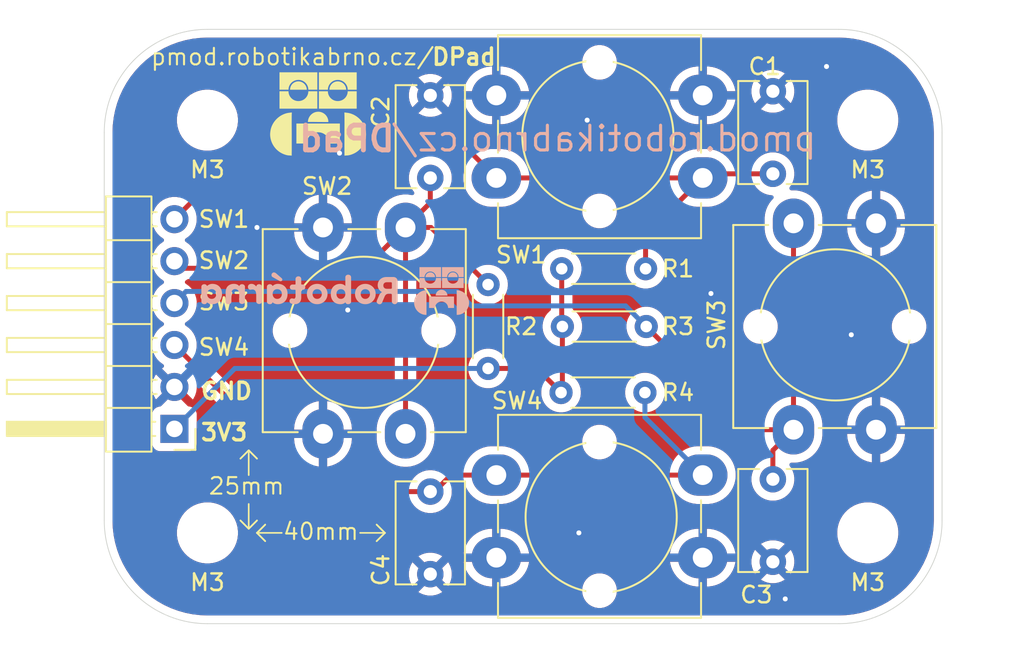
<source format=kicad_pcb>
(kicad_pcb (version 20241229) (generator "pcbnew") (generator_version "9.0")
  (layers (0 "F.Cu" signal) (2 "B.Cu" signal) (13 "F.Paste" user) (15 "B.Paste" user) (5 "F.SilkS" user "F.Silkscreen") (7 "B.SilkS" user "B.Silkscreen") (1 "F.Mask" user) (3 "B.Mask" user) (25 "Edge.Cuts" user))
  (net 0 "")
  (net 1 "IO3")
  (net 2 "IO4")
  (net 3 "IO2")
  (net 4 "IO1")
  (net 5 "/GND")
  (net 6 "/VCC")
  (footprint "Resistor_THT:R_Axial_DIN0204_L3.6mm_D1.6mm_P5.08mm_Horizontal" (layer "F.Cu") (at 114.46 101.5)
    (property "Reference" "R1")
    (property "Value" "10K")
  )
  (footprint "Connector_PinHeader_2.54mm:PinHeader_1x06_P2.54mm_Horizontal" (layer "F.Cu") (at 82.23 98.5)
    (property "Reference" "PMOD1" (hide yes))
    (property "Value" "Conn_01x06")
  )
  (footprint "Custom:C_Disc_D6.0mm_W4mm_P5.00mm" (layer "F.Cu") (at 127.25 90.75 -90)
    (property "Reference" "C1")
    (property "Value" "1uF")
  )
  (footprint "Custom:SW_PUSH-12mm" (layer "F.Cu") (at 123 96 180)
    (property "Reference" "SW1")
    (property "Value" "SW_Push")
  )
  (footprint "Resistor_THT:R_Axial_DIN0204_L3.6mm_D1.6mm_P5.08mm_Horizontal" (layer "F.Cu") (at 114.42 109)
    (property "Reference" "R4")
    (property "Value" "10K")
  )
  (footprint "Custom:SW_PUSH-12mm" (layer "F.Cu") (at 128.5 111.25 90)
    (property "Reference" "SW3")
    (property "Value" "SW_Push")
  )
  (footprint "Resistor_THT:R_Axial_DIN0204_L3.6mm_D1.6mm_P5.08mm_Horizontal" (layer "F.Cu") (at 110 107.54 90)
    (property "Reference" "R2")
    (property "Value" "10K")
  )
  (footprint "Custom:C_Disc_D6.0mm_W4mm_P5.00mm" (layer "F.Cu") (at 106.5 91 -90)
    (property "Reference" "C2")
    (property "Value" "1uF")
  )
  (footprint "Custom:C_Disc_D6.0mm_W4mm_P5.00mm" (layer "F.Cu") (at 106.5 120 90)
    (property "Reference" "C4")
    (property "Value" "1uF")
  )
  (footprint "MountingHole:MountingHole_3.2mm_M3" (layer "F.Cu") (at 93 117.5)
    (property "Reference" "M3")
    (property "Value" "MountingHole_3.2mm_M3")
  )
  (footprint "MountingHole:MountingHole_3.2mm_M3" (layer "F.Cu") (at 133 92.5)
    (property "Reference" "M3")
    (property "Value" "MountingHole_3.2mm_M3")
  )
  (footprint "Resistor_THT:R_Axial_DIN0204_L3.6mm_D1.6mm_P5.08mm_Horizontal" (layer "F.Cu") (at 114.5 105)
    (property "Reference" "R3")
    (property "Value" "10K")
  )
  (footprint "Custom:C_Disc_D6.0mm_W4mm_P5.00mm" (layer "F.Cu") (at 127.25 119.25 90)
    (property "Reference" "C3")
    (property "Value" "1uF")
  )
  (footprint "Custom:SW_PUSH-12mm" (layer "F.Cu") (at 110.5 114)
    (property "Reference" "SW4")
    (property "Value" "SW_Push")
  )
  (footprint "MountingHole:MountingHole_3.2mm_M3" (layer "F.Cu") (at 93 92.5)
    (property "Reference" "M3")
    (property "Value" "MountingHole_3.2mm_M3")
  )
  (footprint "Custom:SW_PUSH-12mm" (layer "F.Cu") (at 105 99 -90)
    (property "Reference" "SW2")
    (property "Value" "SW_Push")
  )
  (footprint "MountingHole:MountingHole_3.2mm_M3" (layer "F.Cu") (at 133 117.5)
    (property "Reference" "M3")
    (property "Value" "MountingHole_3.2mm_M3")
  )
  (gr_poly (pts (xy 101.531024 92.06301) (xy 101.579784 92.072967) (xy 101.628036 92.084893) (xy 101.675727 92.09874) (xy 101.722807 92.114462) (xy 101.814928 92.151343) (xy 101.903991 92.195162) (xy 101.989585 92.245543) (xy 102.071302 92.302113) (xy 102.148733 92.364497) (xy 102.221468 92.432321) (xy 102.289099 92.505211) (xy 102.351216 92.582792) (xy 102.407411 92.66469) (xy 102.457274 92.750531) (xy 102.500395 92.83994) (xy 102.519301 92.885866) (xy 102.536367 92.932543) (xy 102.551544 92.979926) (xy 102.56478 93.027966) (xy 102.576023 93.076618) (xy 102.585224 93.125834) (xy 102.589743 93.154459) (xy 102.594005 93.184075) (xy 102.597906 93.214203) (xy 102.601339 93.244361) (xy 102.604201 93.274067) (xy 102.606387 93.302841) (xy 102.607791 93.3302) (xy 102.608309 93.355664) (xy 102.607477 93.402657) (xy 102.604852 93.449634) (xy 102.600447 93.496538) (xy 102.594279 93.543312) (xy 102.586362 93.589898) (xy 102.576712 93.636238) (xy 102.565344 93.682275) (xy 102.552272 93.727953) (xy 102.537513 93.773212) (xy 102.52108 93.817997) (xy 102.502989 93.862248) (xy 102.483256 93.90591) (xy 102.461895 93.948924) (xy 102.438922 93.991234) (xy 102.414352 94.032781) (xy 102.388199 94.073508) (xy 102.360479 94.113358) (xy 102.331207 94.152273) (xy 102.300399 94.190197) (xy 102.268068 94.22707) (xy 102.234231 94.262837) (xy 102.198903 94.297439) (xy 102.162098 94.33082) (xy 102.123832 94.36292) (xy 102.08412 94.393685) (xy 102.042977 94.423055) (xy 102.000418 94.450973) (xy 101.956458 94.477382) (xy 101.911113 94.502225) (xy 101.864397 94.525444) (xy 101.816325 94.546981) (xy 101.766914 94.566779) (xy 101.722683 94.582825) (xy 101.682241 94.596201) (xy 101.645215 94.60717) (xy 101.611226 94.615996) (xy 101.579901 94.622943) (xy 101.550864 94.628275) (xy 101.523738 94.632253) (xy 101.498148 94.635144) (xy 101.473719 94.637208) (xy 101.450074 94.638711) (xy 101.403638 94.641086) (xy 101.380094 94.642485) (xy 101.355833 94.644376) (xy 101.330478 94.647023) (xy 101.303654 94.650689) (xy 101.299889 94.643804) (xy 101.301074 94.602972) (xy 101.301468 94.562322) (xy 101.300688 94.481126) (xy 101.299159 94.399328) (xy 101.298494 94.316039) (xy 101.298164 93.34311) (xy 101.302062 92.6876) (xy 101.30109 92.298073) (xy 101.298469 92.144719) (xy 101.293889 92.04063) (xy 101.301914 92.03316)) (fill yes) (layer "F.SilkS"))
  (gr_line (start 96.5 118) (end 96 117.5) (stroke (width 0.1)) (layer "F.SilkS"))
  (gr_line (start 103.75 117.5) (end 103.25 118) (stroke (width 0.1)) (layer "F.SilkS"))
  (gr_poly (pts (xy 97.911241 90.780561) (xy 97.913559 90.810721) (xy 97.917377 90.840442) (xy 97.922657 90.869687) (xy 97.92936 90.89842) (xy 97.93745 90.926601) (xy 97.946889 90.954195) (xy 97.957639 90.981164) (xy 97.969662 91.007471) (xy 97.98292 91.033078) (xy 97.997376 91.057948) (xy 98.012992 91.082044) (xy 98.02973 91.105327) (xy 98.047554 91.127762) (xy 98.066424 91.149311) (xy 98.086303 91.169936) (xy 98.107154 91.1896) (xy 98.128938 91.208266) (xy 98.151619 91.225897) (xy 98.175158 91.242454) (xy 98.199517 91.257902) (xy 98.22466 91.272202) (xy 98.250548 91.285317) (xy 98.277143 91.29721) (xy 98.304408 91.307843) (xy 98.332305 91.31718) (xy 98.360797 91.325183) (xy 98.389845 91.331814) (xy 98.419412 91.337037) (xy 98.44946 91.340814) (xy 98.479952 91.343107) (xy 98.51085 91.34388) (xy 98.541744 91.343107) (xy 98.572234 91.340814) (xy 98.60228 91.337037) (xy 98.631845 91.331814) (xy 98.660891 91.325183) (xy 98.68938 91.31718) (xy 98.717276 91.307843) (xy 98.744539 91.29721) (xy 98.771133 91.285317) (xy 98.797019 91.272202) (xy 98.82216 91.257902) (xy 98.846519 91.242454) (xy 98.870057 91.225897) (xy 98.892737 91.208266) (xy 98.91452 91.1896) (xy 98.93537 91.169936) (xy 98.955249 91.149311) (xy 98.974118 91.127762) (xy 98.991941 91.105327) (xy 99.008679 91.082044) (xy 99.024295 91.057948) (xy 99.03875 91.033078) (xy 99.052008 91.007471) (xy 99.064031 90.981164) (xy 99.07478 90.954195) (xy 99.084219 90.926601) (xy 99.092309 90.89842) (xy 99.099013 90.869687) (xy 99.104292 90.840442) (xy 99.10811 90.810721) (xy 99.110428 90.780561) (xy 99.111209 90.75) (xy 99.65694 90.75) (xy 99.65694 91.804425) (xy 97.364745 91.804425) (xy 97.364745 90.75) (xy 97.91046 90.75)) (fill yes) (layer "F.SilkS"))
  (gr_line (start 96 116.75) (end 95.5 117.25) (stroke (width 0.1)) (layer "F.SilkS"))
  (gr_line (start 95.5 114) (end 95.5 112.5) (stroke (width 0.1)) (layer "F.SilkS"))
  (gr_line (start 95.5 117.25) (end 95 116.75) (stroke (width 0.1)) (layer "F.SilkS"))
  (gr_line (start 96 117.5) (end 96.5 118) (stroke (width 0.1)) (layer "F.SilkS"))
  (gr_line (start 95.5 112.5) (end 95 113) (stroke (width 0.1)) (layer "F.SilkS"))
  (gr_poly (pts (xy 102.042194 90.657255) (xy 101.496464 90.657255) (xy 101.495683 90.626694) (xy 101.493365 90.596534) (xy 101.489547 90.566813) (xy 101.484267 90.537567) (xy 101.477564 90.508835) (xy 101.469474 90.480653) (xy 101.460035 90.453059) (xy 101.449286 90.42609) (xy 101.437263 90.399784) (xy 101.424005 90.374177) (xy 101.409549 90.349307) (xy 101.393934 90.325211) (xy 101.377196 90.301927) (xy 101.359373 90.279492) (xy 101.340504 90.257944) (xy 101.320625 90.237319) (xy 101.299775 90.217654) (xy 101.277991 90.198988) (xy 101.255312 90.181358) (xy 101.231774 90.1648) (xy 101.207415 90.149353) (xy 101.182274 90.135053) (xy 101.156388 90.121938) (xy 101.129794 90.110045) (xy 101.10253 90.099411) (xy 101.074635 90.090075) (xy 101.046145 90.082072) (xy 101.017099 90.07544) (xy 100.987535 90.070218) (xy 100.957489 90.066441) (xy 100.926999 90.064148) (xy 100.896104 90.063375) (xy 100.865207 90.064148) (xy 100.834715 90.066441) (xy 100.804667 90.070218) (xy 100.775099 90.07544) (xy 100.746051 90.082072) (xy 100.71756 90.090075) (xy 100.689663 90.099411) (xy 100.662398 90.110045) (xy 100.635802 90.121938) (xy 100.609915 90.135053) (xy 100.584772 90.149353) (xy 100.560412 90.1648) (xy 100.536874 90.181358) (xy 100.514193 90.198988) (xy 100.492408 90.217654) (xy 100.471558 90.237319) (xy 100.451678 90.257944) (xy 100.432808 90.279492) (xy 100.414985 90.301927) (xy 100.398247 90.325211) (xy 100.382631 90.349307) (xy 100.368175 90.374177) (xy 100.354916 90.399784) (xy 100.342894 90.42609) (xy 100.332144 90.453059) (xy 100.322705 90.480653) (xy 100.314615 90.508835) (xy 100.307912 90.537567) (xy 100.302632 90.566813) (xy 100.298814 90.596534) (xy 100.296496 90.626694) (xy 100.295715 90.657255) (xy 99.75 90.657255) (xy 99.75 89.60283) (xy 102.042194 89.60283)) (fill yes) (layer "F.SilkS"))
  (gr_poly (pts (xy 98.533341 90.151344) (xy 98.55906 90.153309) (xy 98.584418 90.156537) (xy 98.609384 90.160997) (xy 98.633926 90.166657) (xy 98.658011 90.173485) (xy 98.681608 90.181449) (xy 98.704683 90.190518) (xy 98.727207 90.200659) (xy 98.749145 90.211842) (xy 98.770466 90.224033) (xy 98.791138 90.237202) (xy 98.811128 90.251316) (xy 98.830405 90.266345) (xy 98.848937 90.282255) (xy 98.866691 90.299015) (xy 98.883635 90.316594) (xy 98.899738 90.334959) (xy 98.914966 90.35408) (xy 98.929289 90.373923) (xy 98.942673 90.394457) (xy 98.955087 90.415651) (xy 98.966498 90.437473) (xy 98.976875 90.45989) (xy 98.986186 90.482871) (xy 98.994397 90.506385) (xy 99.001478 90.530399) (xy 99.007396 90.554882) (xy 99.012118 90.579802) (xy 99.015614 90.605127) (xy 99.01785 90.630825) (xy 99.018795 90.656865) (xy 98.00664 90.656564) (xy 98.007023 90.630524) (xy 98.008705 90.604826) (xy 98.011655 90.579502) (xy 98.015841 90.554584) (xy 98.021232 90.530104) (xy 98.027796 90.506093) (xy 98.035502 90.482584) (xy 98.044319 90.459607) (xy 98.054214 90.437196) (xy 98.065157 90.415381) (xy 98.077117 90.394194) (xy 98.090061 90.373668) (xy 98.103958 90.353833) (xy 98.118777 90.334722) (xy 98.134486 90.316366) (xy 98.151054 90.298798) (xy 98.16845 90.282048) (xy 98.186641 90.266149) (xy 98.205598 90.251133) (xy 98.225287 90.237031) (xy 98.245678 90.223874) (xy 98.266739 90.211696) (xy 98.288439 90.200527) (xy 98.310746 90.190399) (xy 98.333629 90.181345) (xy 98.357057 90.173395) (xy 98.380998 90.166581) (xy 98.40542 90.160936) (xy 98.430292 90.156491) (xy 98.455583 90.153278) (xy 98.481261 90.151329) (xy 98.507295 90.150675)) (fill yes) (layer "F.SilkS"))
  (gr_poly (pts (xy 99.736858 91.989485) (xy 99.759164 91.990867) (xy 99.78143 91.993093) (xy 99.803629 91.996158) (xy 99.825733 92.000052) (xy 99.847716 92.004769) (xy 99.86955 92.010301) (xy 99.891209 92.016641) (xy 99.912663 92.023782) (xy 99.933888 92.031717) (xy 99.954854 92.040437) (xy 99.975536 92.049936) (xy 99.995905 92.060206) (xy 100.015935 92.071241) (xy 100.035598 92.083031) (xy 100.054867 92.095571) (xy 100.073715 92.108853) (xy 100.092115 92.12287) (xy 100.110039 92.137613) (xy 100.12746 92.153077) (xy 100.144351 92.169253) (xy 100.160684 92.186134) (xy 100.176433 92.203713) (xy 100.191571 92.221982) (xy 100.206069 92.240934) (xy 100.219901 92.260563) (xy 100.233039 92.280859) (xy 100.245457 92.301817) (xy 100.257126 92.323428) (xy 100.26802 92.345685) (xy 100.278112 92.368582) (xy 100.287375 92.39211) (xy 100.294867 92.413166) (xy 100.301102 92.432413) (xy 100.306204 92.450032) (xy 100.310298 92.466201) (xy 100.313506 92.481101) (xy 100.315954 92.494909) (xy 100.317766 92.507805) (xy 100.319064 92.519968) (xy 100.319974 92.531578) (xy 100.320619 92.542814) (xy 100.321612 92.564878) (xy 100.322208 92.576066) (xy 100.323035 92.587596) (xy 100.324217 92.599647) (xy 100.32588 92.6124) (xy 100.32261 92.614155) (xy 100.303214 92.613475) (xy 100.283904 92.613172) (xy 100.245335 92.613309) (xy 100.206482 92.613798) (xy 100.166925 92.61387) (xy 99.704775 92.611215) (xy 99.393429 92.60747) (xy 99.208403 92.606804) (xy 99.135554 92.607603) (xy 99.0861 92.609475) (xy 99.082575 92.605649) (xy 99.082574 92.60565) (xy 99.097409 92.496915) (xy 99.102281 92.473783) (xy 99.108086 92.450898) (xy 99.114801 92.428284) (xy 99.122406 92.405967) (xy 99.140191 92.362316) (xy 99.161263 92.320138) (xy 99.185441 92.279626) (xy 99.212548 92.240974) (xy 99.242403 92.204375) (xy 99.274829 92.170022) (xy 99.309647 92.138108) (xy 99.346677 92.108827) (xy 99.38574 92.082371) (xy 99.426658 92.058935) (xy 99.469251 92.038711) (xy 99.49112 92.029864) (xy 99.513341 92.021892) (xy 99.535891 92.014821) (xy 99.558748 92.008673) (xy 99.58189 92.003473) (xy 99.605294 91.999245) (xy 99.618904 91.997182) (xy 99.632985 91.995243) (xy 99.647308 91.993478) (xy 99.661644 91.991934) (xy 99.675764 91.990662) (xy 99.68944 91.989709) (xy 99.702441 91.989123) (xy 99.714539 91.988955)) (fill yes) (layer "F.SilkS"))
  (gr_line (start 95 116.75) (end 95.5 117.25) (stroke (width 0.1)) (layer "F.SilkS"))
  (gr_line (start 95.5 115.75) (end 95.5 117.25) (stroke (width 0.1)) (layer "F.SilkS"))
  (gr_poly (pts (xy 99.65694 90.655755) (xy 99.111209 90.655755) (xy 99.110428 90.625194) (xy 99.10811 90.595034) (xy 99.104292 90.565313) (xy 99.099013 90.536067) (xy 99.092309 90.507335) (xy 99.084219 90.479153) (xy 99.07478 90.451559) (xy 99.064031 90.42459) (xy 99.052008 90.398284) (xy 99.03875 90.372677) (xy 99.024295 90.347807) (xy 99.008679 90.323711) (xy 98.991941 90.300427) (xy 98.974118 90.277992) (xy 98.955249 90.256444) (xy 98.93537 90.235819) (xy 98.91452 90.216154) (xy 98.892737 90.197488) (xy 98.870057 90.179858) (xy 98.846519 90.1633) (xy 98.82216 90.147853) (xy 98.797019 90.133553) (xy 98.771133 90.120438) (xy 98.744539 90.108545) (xy 98.717276 90.097911) (xy 98.68938 90.088575) (xy 98.660891 90.080572) (xy 98.631845 90.07394) (xy 98.60228 90.068718) (xy 98.572234 90.064941) (xy 98.541744 90.062648) (xy 98.51085 90.061875) (xy 98.479952 90.062648) (xy 98.44946 90.064941) (xy 98.419412 90.068718) (xy 98.389845 90.07394) (xy 98.360797 90.080572) (xy 98.332305 90.088575) (xy 98.304408 90.097911) (xy 98.277143 90.108545) (xy 98.250548 90.120438) (xy 98.22466 90.133553) (xy 98.199517 90.147853) (xy 98.175158 90.1633) (xy 98.151619 90.179858) (xy 98.128938 90.197488) (xy 98.107154 90.216154) (xy 98.086303 90.235819) (xy 98.066424 90.256444) (xy 98.047554 90.277992) (xy 98.02973 90.300427) (xy 98.012992 90.323711) (xy 97.997376 90.347807) (xy 97.98292 90.372677) (xy 97.969662 90.398284) (xy 97.957639 90.42459) (xy 97.946889 90.451559) (xy 97.93745 90.479153) (xy 97.92936 90.507335) (xy 97.922657 90.536067) (xy 97.917377 90.565313) (xy 97.913559 90.595034) (xy 97.911241 90.625194) (xy 97.91046 90.655755) (xy 97.364745 90.655755) (xy 97.364745 89.60133) (xy 99.65694 89.60133)) (fill yes) (layer "F.SilkS"))
  (gr_line (start 96.5 117) (end 96 117.5) (stroke (width 0.1)) (layer "F.SilkS"))
  (gr_poly (pts (xy 98.112075 92.04063) (xy 98.107495 92.144719) (xy 98.104874 92.298073) (xy 98.103902 92.6876) (xy 98.1078 93.34311) (xy 98.10747 94.316039) (xy 98.106805 94.399328) (xy 98.105276 94.481126) (xy 98.104496 94.562322) (xy 98.10489 94.602972) (xy 98.106075 94.643804) (xy 98.10231 94.650689) (xy 98.075486 94.647023) (xy 98.050131 94.644376) (xy 98.02587 94.642485) (xy 98.002326 94.641086) (xy 97.95589 94.638711) (xy 97.932245 94.637208) (xy 97.907816 94.635144) (xy 97.882226 94.632253) (xy 97.855101 94.628275) (xy 97.826063 94.622943) (xy 97.794738 94.615996) (xy 97.76075 94.60717) (xy 97.723723 94.596201) (xy 97.683281 94.582825) (xy 97.63905 94.566779) (xy 97.589638 94.546981) (xy 97.541567 94.525444) (xy 97.494851 94.502225) (xy 97.449506 94.477382) (xy 97.405546 94.450973) (xy 97.362987 94.423055) (xy 97.321844 94.393685) (xy 97.282132 94.36292) (xy 97.243866 94.33082) (xy 97.207061 94.297439) (xy 97.171733 94.262837) (xy 97.137896 94.22707) (xy 97.105565 94.190197) (xy 97.074757 94.152273) (xy 97.045485 94.113358) (xy 97.017765 94.073508) (xy 96.991612 94.032781) (xy 96.967042 93.991234) (xy 96.944068 93.948924) (xy 96.922708 93.90591) (xy 96.902974 93.862248) (xy 96.884884 93.817997) (xy 96.868451 93.773212) (xy 96.853692 93.727953) (xy 96.84062 93.682275) (xy 96.829252 93.636238) (xy 96.819601 93.589898) (xy 96.811685 93.543312) (xy 96.805517 93.496538) (xy 96.801112 93.449634) (xy 96.798487 93.402657) (xy 96.797655 93.355664) (xy 96.798172 93.3302) (xy 96.799577 93.302841) (xy 96.801762 93.274067) (xy 96.804624 93.244361) (xy 96.808058 93.214203) (xy 96.811959 93.184075) (xy 96.816221 93.154459) (xy 96.82074 93.125834) (xy 96.82994 93.076618) (xy 96.841184 93.027966) (xy 96.85442 92.979926) (xy 96.869597 92.932543) (xy 96.886664 92.885866) (xy 96.90557 92.83994) (xy 96.948693 92.750531) (xy 96.998556 92.66469) (xy 97.054752 92.582792) (xy 97.116871 92.505211) (xy 97.184503 92.432321) (xy 97.25724 92.364497) (xy 97.334672 92.302113) (xy 97.41639 92.245543) (xy 97.501986 92.195162) (xy 97.591049 92.151343) (xy 97.683171 92.114462) (xy 97.730251 92.09874) (xy 97.777943 92.084893) (xy 97.826194 92.072967) (xy 97.874955 92.06301) (xy 98.104065 92.03316)) (fill yes) (layer "F.SilkS"))
  (gr_line (start 103.25 117) (end 103.75 117.5) (stroke (width 0.1)) (layer "F.SilkS"))
  (gr_line (start 103.75 117.5) (end 103.25 117) (stroke (width 0.1)) (layer "F.SilkS"))
  (gr_line (start 95.5 112.5) (end 96 113) (stroke (width 0.1)) (layer "F.SilkS"))
  (gr_poly (pts (xy 100.296496 90.780561) (xy 100.298814 90.810721) (xy 100.302632 90.840442) (xy 100.307912 90.869687) (xy 100.314615 90.89842) (xy 100.322705 90.926601) (xy 100.332144 90.954195) (xy 100.342894 90.981164) (xy 100.354916 91.007471) (xy 100.368175 91.033078) (xy 100.382631 91.057948) (xy 100.398247 91.082044) (xy 100.414985 91.105327) (xy 100.432808 91.127762) (xy 100.451678 91.149311) (xy 100.471558 91.169936) (xy 100.492408 91.1896) (xy 100.514193 91.208266) (xy 100.536874 91.225897) (xy 100.560412 91.242454) (xy 100.584772 91.257902) (xy 100.609915 91.272202) (xy 100.635802 91.285317) (xy 100.662398 91.29721) (xy 100.689663 91.307843) (xy 100.71756 91.31718) (xy 100.746051 91.325183) (xy 100.775099 91.331814) (xy 100.804667 91.337037) (xy 100.834715 91.340814) (xy 100.865207 91.343107) (xy 100.896104 91.34388) (xy 100.926999 91.343107) (xy 100.957489 91.340814) (xy 100.987535 91.337037) (xy 101.017099 91.331814) (xy 101.046145 91.325183) (xy 101.074635 91.31718) (xy 101.10253 91.307843) (xy 101.129794 91.29721) (xy 101.156388 91.285317) (xy 101.182274 91.272202) (xy 101.207415 91.257902) (xy 101.231774 91.242454) (xy 101.255312 91.225897) (xy 101.277991 91.208266) (xy 101.299775 91.1896) (xy 101.320625 91.169936) (xy 101.340504 91.149311) (xy 101.359373 91.127762) (xy 101.377196 91.105327) (xy 101.393934 91.082044) (xy 101.409549 91.057948) (xy 101.424005 91.033078) (xy 101.437263 91.007471) (xy 101.449286 90.981164) (xy 101.460035 90.954195) (xy 101.469474 90.926601) (xy 101.477564 90.89842) (xy 101.484267 90.869687) (xy 101.489547 90.840442) (xy 101.493365 90.810721) (xy 101.495683 90.780561) (xy 101.496464 90.75) (xy 102.042194 90.75) (xy 102.042194 91.804425) (xy 99.75 91.804425) (xy 99.75 90.75) (xy 100.295715 90.75)) (fill yes) (layer "F.SilkS"))
  (gr_line (start 95 113) (end 95.5 112.5) (stroke (width 0.1)) (layer "F.SilkS"))
  (gr_line (start 102.25 117.5) (end 103.75 117.5) (stroke (width 0.1)) (layer "F.SilkS"))
  (gr_poly (pts (xy 101.022254 93.9165) (xy 100.395059 93.9165) (xy 100.394161 93.881377) (xy 100.391497 93.846715) (xy 100.38711 93.812557) (xy 100.381042 93.778946) (xy 100.373338 93.745925) (xy 100.364041 93.713537) (xy 100.353194 93.681823) (xy 100.34084 93.650829) (xy 100.327024 93.620595) (xy 100.311787 93.591166) (xy 100.295174 93.562583) (xy 100.277228 93.534891) (xy 100.257992 93.508131) (xy 100.23751 93.482348) (xy 100.215825 93.457582) (xy 100.192979 93.433878) (xy 100.169018 93.411279) (xy 100.143983 93.389827) (xy 100.117919 93.369564) (xy 100.090869 93.350535) (xy 100.062875 93.332782) (xy 100.033982 93.316347) (xy 100.004232 93.301275) (xy 99.97367 93.287606) (xy 99.942338 93.275385) (xy 99.910279 93.264655) (xy 99.877538 93.255457) (xy 99.844157 93.247836) (xy 99.81018 93.241834) (xy 99.77565 93.237493) (xy 99.74061 93.234858) (xy 99.705105 93.23397) (xy 99.669595 93.234858) (xy 99.634551 93.237493) (xy 99.600018 93.241834) (xy 99.566037 93.247836) (xy 99.532652 93.255457) (xy 99.499908 93.264655) (xy 99.467846 93.275385) (xy 99.436511 93.287606) (xy 99.405946 93.301275) (xy 99.376194 93.316347) (xy 99.347298 93.332782) (xy 99.319302 93.350535) (xy 99.292249 93.369564) (xy 99.266183 93.389827) (xy 99.241146 93.411279) (xy 99.217183 93.433878) (xy 99.194336 93.457582) (xy 99.172649 93.482348) (xy 99.152165 93.508131) (xy 99.132928 93.534891) (xy 99.114981 93.562583) (xy 99.098367 93.591166) (xy 99.083129 93.620595) (xy 99.069312 93.650829) (xy 99.056957 93.681823) (xy 99.04611 93.713537) (xy 99.036812 93.745925) (xy 99.029108 93.778946) (xy 99.02304 93.812557) (xy 99.018652 93.846715) (xy 99.015987 93.881377) (xy 99.01509 93.9165) (xy 98.387925 93.9165) (xy 98.387925 92.704695) (xy 101.022254 92.704695)) (fill yes) (layer "F.SilkS"))
  (gr_poly (pts (xy 100.918596 90.151344) (xy 100.944314 90.153309) (xy 100.969673 90.156537) (xy 100.994639 90.160997) (xy 101.019181 90.166657) (xy 101.043266 90.173485) (xy 101.066862 90.181449) (xy 101.089938 90.190518) (xy 101.112461 90.200659) (xy 101.134399 90.211842) (xy 101.15572 90.224033) (xy 101.176392 90.237202) (xy 101.196383 90.251316) (xy 101.21566 90.266345) (xy 101.234192 90.282255) (xy 101.251946 90.299015) (xy 101.26889 90.316594) (xy 101.284992 90.334959) (xy 101.300221 90.35408) (xy 101.314543 90.373923) (xy 101.327928 90.394457) (xy 101.340341 90.415651) (xy 101.351753 90.437473) (xy 101.36213 90.45989) (xy 101.37144 90.482871) (xy 101.379652 90.506385) (xy 101.386733 90.530399) (xy 101.39265 90.554882) (xy 101.397373 90.579802) (xy 101.400868 90.605127) (xy 101.403105 90.630825) (xy 101.404049 90.656865) (xy 100.391894 90.656564) (xy 100.392277 90.630524) (xy 100.39396 90.604826) (xy 100.396909 90.579502) (xy 100.401095 90.554584) (xy 100.406486 90.530104) (xy 100.413051 90.506093) (xy 100.420757 90.482584) (xy 100.429573 90.459607) (xy 100.439469 90.437196) (xy 100.450412 90.415381) (xy 100.462371 90.394194) (xy 100.475315 90.373668) (xy 100.489212 90.353833) (xy 100.504031 90.334722) (xy 100.519741 90.316366) (xy 100.536309 90.298798) (xy 100.553704 90.282048) (xy 100.571896 90.266149) (xy 100.590852 90.251133) (xy 100.610541 90.237031) (xy 100.630932 90.223874) (xy 100.651994 90.211696) (xy 100.673693 90.200527) (xy 100.696001 90.190399) (xy 100.718884 90.181345) (xy 100.742312 90.173395) (xy 100.766252 90.166581) (xy 100.790674 90.160936) (xy 100.815546 90.156491) (xy 100.840837 90.153278) (xy 100.866515 90.151329) (xy 100.892549 90.150675)) (fill yes) (layer "F.SilkS"))
  (gr_line (start 96 117.5) (end 96.5 117) (stroke (width 0.1)) (layer "F.SilkS"))
  (gr_line (start 96 113) (end 95.5 112.5) (stroke (width 0.1)) (layer "F.SilkS"))
  (gr_line (start 95.5 117.25) (end 96 116.75) (stroke (width 0.1)) (layer "F.SilkS"))
  (gr_line (start 103.25 118) (end 103.75 117.5) (stroke (width 0.1)) (layer "F.SilkS"))
  (gr_line (start 97.5 117.5) (end 96 117.5) (stroke (width 0.1)) (layer "F.SilkS"))
  (gr_poly (pts (xy 97.026953 101.722378) (xy 97.019225 101.722913) (xy 97.011637 101.723804) (xy 97.004187 101.725052) (xy 96.996877 101.726656) (xy 96.989707 101.728617) (xy 96.982676 101.730934) (xy 96.975784 101.733607) (xy 96.969032 101.736638) (xy 96.96242 101.740024) (xy 96.955947 101.743767) (xy 96.949614 101.747867) (xy 96.943421 101.752323) (xy 96.937368 101.757135) (xy 96.931454 101.762304) (xy 96.925681 101.76783) (xy 96.920155 101.773619) (xy 96.914986 101.779579) (xy 96.910174 101.78571) (xy 96.905718 101.792011) (xy 96.901618 101.798484) (xy 96.897875 101.805126) (xy 96.894489 101.81194) (xy 96.891459 101.818924) (xy 96.888785 101.826078) (xy 96.886468 101.833403) (xy 96.884507 101.840898) (xy 96.882903 101.848564) (xy 96.881655 101.8564) (xy 96.880764 101.864407) (xy 96.880229 101.872583) (xy 96.880051 101.88093) (xy 96.880315 101.891646) (xy 96.881106 101.901959) (xy 96.882424 101.911868) (xy 96.884269 101.921374) (xy 96.886642 101.930476) (xy 96.889542 101.939174) (xy 96.892968 101.947469) (xy 96.896922 101.95536) (xy 96.901403 101.962848) (xy 96.906411 101.969932) (xy 96.911945 101.976612) (xy 96.918007 101.982889) (xy 96.924595 101.988762) (xy 96.93171 101.994232) (xy 96.939352 101.999298) (xy 96.947521 102.00396) (xy 97.364221 102.23814) (xy 97.367233 102.239192) (xy 97.370306 102.240367) (xy 97.373441 102.241667) (xy 97.376637 102.24309) (xy 97.379893 102.244637) (xy 97.383209 102.246307) (xy 97.386586 102.248102) (xy 97.390021 102.25002) (xy 97.391783 102.250984) (xy 97.39359 102.251886) (xy 97.395444 102.252725) (xy 97.397345 102.253502) (xy 97.399292 102.254217) (xy 97.401285 102.254869) (xy 97.403325 102.255459) (xy 97.405411 102.255986) (xy 97.407544 102.256451) (xy 97.409722 102.256855) (xy 97.411948 102.257196) (xy 97.41422 102.257474) (xy 97.416538 102.257691) (xy 97.418903 102.257846) (xy 97.421314 102.257939) (xy 97.423771 102.25797) (xy 97.437231 102.257582) (xy 97.449822 102.25642) (xy 97.455792 102.255548) (xy 97.461545 102.254483) (xy 97.46708 102.253224) (xy 97.472399 102.251771) (xy 97.477501 102.250124) (xy 97.482385 102.248283) (xy 97.487052 102.246249) (xy 97.491503 102.244021) (xy 97.495736 102.241599) (xy 97.499752 102.238984) (xy 97.503551 102.236174) (xy 97.507133 102.233171) (xy 97.510498 102.229974) (xy 97.513646 102.226583) (xy 97.516577 102.222999) (xy 97.51929 102.21922) (xy 97.521787 102.215248) (xy 97.524066 102.211082) (xy 97.526129 102.206722) (xy 97.527974 102.202168) (xy 97.529602 102.197421) (xy 97.531013 102.192479) (xy 97.532207 102.187344) (xy 97.533184 102.182015) (xy 97.533944 102.176492) (xy 97.534487 102.170775) (xy 97.534812 102.164864) (xy 97.534921 102.15876) (xy 97.534766 102.15237) (xy 97.534301 102.146105) (xy 97.533525 102.139964) (xy 97.53244 102.133947) (xy 97.531045 102.128055) (xy 97.52934 102.122287) (xy 97.527324 102.116643) (xy 97.524999 102.111124) (xy 97.522363 102.105728) (xy 97.519417 102.100456) (xy 97.516162 102.095309) (xy 97.512596 102.090285) (xy 97.50872 102.085386) (xy 97.504534 102.08061) (xy 97.500038 102.075958) (xy 97.495232 102.07143) (xy 97.49523 102.07143) (xy 97.157851 101.77776) (xy 97.150393 101.771963) (xy 97.142905 101.766476) (xy 97.135386 101.761299) (xy 97.127835 101.756431) (xy 97.120254 101.751873) (xy 97.112642 101.747624) (xy 97.104999 101.743686) (xy 97.097325 101.740057) (xy 97.08962 101.736739) (xy 97.081885 101.733731) (xy 97.074118 101.731033) (xy 97.06632 101.728645) (xy 97.058492 101.726568) (xy 97.050632 101.724801) (xy 97.042742 101.723345) (xy 97.034821 101.7222)) (fill yes) (layer "B.SilkS"))
  (gr_poly (pts (xy 106.842722 102.078961) (xy 106.841393 102.096252) (xy 106.839204 102.113292) (xy 106.836177 102.130059) (xy 106.832333 102.146532) (xy 106.827695 102.162689) (xy 106.822283 102.17851) (xy 106.81612 102.193972) (xy 106.809227 102.209055) (xy 106.801625 102.223737) (xy 106.793337 102.237996) (xy 106.784383 102.251811) (xy 106.774787 102.265161) (xy 106.764568 102.278024) (xy 106.753749 102.290379) (xy 106.742351 102.302205) (xy 106.730397 102.31348) (xy 106.717907 102.324182) (xy 106.704904 102.334291) (xy 106.691408 102.343785) (xy 106.677442 102.352642) (xy 106.663027 102.360841) (xy 106.648185 102.368361) (xy 106.632937 102.37518) (xy 106.617306 102.381277) (xy 106.601312 102.386631) (xy 106.584977 102.391219) (xy 106.568323 102.395022) (xy 106.551372 102.398016) (xy 106.534145 102.400182) (xy 106.516664 102.401497) (xy 106.49895 102.40194) (xy 106.481239 102.401497) (xy 106.46376 102.400182) (xy 106.446536 102.398016) (xy 106.429587 102.395022) (xy 106.412935 102.391219) (xy 106.396603 102.386631) (xy 106.38061 102.381277) (xy 106.36498 102.37518) (xy 106.349734 102.368361) (xy 106.334894 102.360841) (xy 106.32048 102.352642) (xy 106.306515 102.343785) (xy 106.29302 102.334291) (xy 106.280018 102.324182) (xy 106.267529 102.31348) (xy 106.255575 102.302205) (xy 106.244178 102.290379) (xy 106.23336 102.278024) (xy 106.223142 102.265161) (xy 106.213545 102.251811) (xy 106.204592 102.237996) (xy 106.196304 102.223737) (xy 106.188703 102.209055) (xy 106.18181 102.193973) (xy 106.175647 102.17851) (xy 106.170235 102.16269) (xy 106.165597 102.146532) (xy 106.161753 102.130059) (xy 106.158726 102.113292) (xy 106.156537 102.096252) (xy 106.155208 102.078961) (xy 106.15476 102.06144) (xy 105.84189 102.06144) (xy 105.84189 102.66597) (xy 107.15604 102.66597) (xy 107.15604 102.06144) (xy 106.84317 102.06144)) (fill yes) (layer "B.SilkS"))
  (gr_poly (pts (xy 107.853576 101.718233) (xy 107.838831 101.719358) (xy 107.824292 101.721208) (xy 107.809977 101.723764) (xy 107.795906 101.727008) (xy 107.782097 101.730922) (xy 107.768568 101.735487) (xy 107.755337 101.740685) (xy 107.742424 101.746498) (xy 107.729846 101.752908) (xy 107.717621 101.759897) (xy 107.705769 101.767446) (xy 107.694308 101.775537) (xy 107.683255 101.784152) (xy 107.67263 101.793273) (xy 107.662451 101.802881) (xy 107.652737 101.812959) (xy 107.643505 101.823487) (xy 107.634774 101.834448) (xy 107.626563 101.845824) (xy 107.618889 101.857597) (xy 107.611773 101.869747) (xy 107.605231 101.882257) (xy 107.599282 101.895109) (xy 107.593945 101.908285) (xy 107.589238 101.921765) (xy 107.58518 101.935533) (xy 107.581788 101.94957) (xy 107.579082 101.963857) (xy 107.57708 101.978377) (xy 107.5758 101.99311) (xy 107.57526 102.00804) (xy 108.15555 102.00789) (xy 108.155329 101.99296) (xy 108.154364 101.978227) (xy 108.152671 101.963709) (xy 108.150271 101.949423) (xy 108.147179 101.935387) (xy 108.143415 101.921622) (xy 108.138996 101.908143) (xy 108.133941 101.89497) (xy 108.128267 101.882121) (xy 108.121993 101.869614) (xy 108.115136 101.857467) (xy 108.107715 101.845698) (xy 108.099748 101.834326) (xy 108.091252 101.823369) (xy 108.082245 101.812845) (xy 108.072746 101.802772) (xy 108.062773 101.793169) (xy 108.052344 101.784054) (xy 108.041476 101.775444) (xy 108.030188 101.767359) (xy 108.018498 101.759816) (xy 108.006423 101.752834) (xy 107.993982 101.74643) (xy 107.981193 101.740624) (xy 107.968074 101.735432) (xy 107.954643 101.730875) (xy 107.940918 101.726968) (xy 107.926916 101.723732) (xy 107.912657 101.721184) (xy 107.898157 101.719342) (xy 107.883436 101.718225) (xy 107.86851 101.71785)) (fill yes) (layer "B.SilkS"))
  (gr_poly (pts (xy 97.245841 102.417242) (xy 97.223083 102.418776) (xy 97.200698 102.421334) (xy 97.178684 102.424914) (xy 97.157043 102.429518) (xy 97.135774 102.435145) (xy 97.114877 102.441795) (xy 97.094352 102.449468) (xy 97.0742 102.458163) (xy 97.054419 102.467882) (xy 97.035012 102.478624) (xy 97.015977 102.490389) (xy 96.997314 102.503178) (xy 96.979024 102.516989) (xy 96.961106 102.531823) (xy 96.943561 102.54768) (xy 96.941467 102.541791) (xy 96.939155 102.536025) (xy 96.936627 102.530383) (xy 96.933881 102.524865) (xy 96.930918 102.519471) (xy 96.927738 102.5142) (xy 96.924341 102.509053) (xy 96.920727 102.50403) (xy 96.916896 102.499131) (xy 96.912848 102.494355) (xy 96.908584 102.489703) (xy 96.904103 102.485175) (xy 96.899405 102.480771) (xy 96.89449 102.47649) (xy 96.889359 102.472333) (xy 96.884011 102.4683) (xy 96.878492 102.464458) (xy 96.87285 102.460864) (xy 96.867085 102.457517) (xy 96.861195 102.454418) (xy 96.855181 102.451567) (xy 96.849044 102.448963) (xy 96.842782 102.446607) (xy 96.836397 102.444499) (xy 96.829887 102.442639) (xy 96.823253 102.441026) (xy 96.816495 102.439662) (xy 96.809613 102.438545) (xy 96.802606 102.437677) (xy 96.795476 102.437056) (xy 96.78822 102.436684) (xy 96.780841 102.43656) (xy 96.771035 102.436738) (xy 96.761461 102.437273) (xy 96.752121 102.438165) (xy 96.743012 102.439412) (xy 96.734137 102.441017) (xy 96.725494 102.442978) (xy 96.717083 102.445297) (xy 96.708905 102.447971) (xy 96.700959 102.451003) (xy 96.693245 102.454392) (xy 96.685764 102.458137) (xy 96.678515 102.46224) (xy 96.671498 102.466699) (xy 96.664714 102.471516) (xy 96.658161 102.476689) (xy 96.651841 102.48222) (xy 96.645836 102.487994) (xy 96.640218 102.493906) (xy 96.634988 102.499958) (xy 96.630145 102.50615) (xy 96.62569 102.512481) (xy 96.621622 102.518952) (xy 96.617941 102.525562) (xy 96.614648 102.532313) (xy 96.611742 102.539203) (xy 96.609224 102.546233) (xy 96.607093 102.553404) (xy 96.60535 102.560714) (xy 96.603994 102.568165) (xy 96.603025 102.575756) (xy 96.602444 102.583488) (xy 96.60225 102.59136) (xy 96.60225 103.49226) (xy 96.602444 103.500599) (xy 96.603025 103.508753) (xy 96.603994 103.51672) (xy 96.60535 103.524502) (xy 96.607093 103.532098) (xy 96.609224 103.539509) (xy 96.611742 103.546733) (xy 96.614648 103.553771) (xy 96.617941 103.560624) (xy 96.621622 103.56729) (xy 96.62569 103.573771) (xy 96.630145 103.580065) (xy 96.634988 103.586173) (xy 96.640218 103.592095) (xy 96.645836 103.597831) (xy 96.651841 103.60338) (xy 96.658161 103.608666) (xy 96.664714 103.613611) (xy 96.671498 103.618214) (xy 96.678515 103.622477) (xy 96.685764 103.626399) (xy 96.693245 103.629979) (xy 96.700959 103.633219) (xy 96.708905 103.636118) (xy 96.717083 103.638675) (xy 96.725494 103.640892) (xy 96.734137 103.642767) (xy 96.743012 103.644302) (xy 96.752121 103.645496) (xy 96.761461 103.646348) (xy 96.771035 103.64686) (xy 96.780841 103.64703) (xy 96.796822 103.64658) (xy 96.812029 103.645232) (xy 96.82646 103.642983) (xy 96.840117 103.639836) (xy 96.852999 103.635789) (xy 96.865106 103.630843) (xy 96.870869 103.628032) (xy 96.876438 103.624997) (xy 96.881814 103.621737) (xy 96.886996 103.618253) (xy 96.891984 103.614543) (xy 96.896778 103.610609) (xy 96.901379 103.606449) (xy 96.905786 103.602065) (xy 96.909999 103.597456) (xy 96.914019 103.592623) (xy 96.917845 103.587564) (xy 96.921477 103.582281) (xy 96.92816 103.57104) (xy 96.934069 103.558899) (xy 96.939202 103.545859) (xy 96.943561 103.53192) (xy 96.959667 103.545859) (xy 96.976238 103.558899) (xy 96.993274 103.57104) (xy 97.010775 103.582281) (xy 97.028741 103.592623) (xy 97.047173 103.602065) (xy 97.066069 103.610609) (xy 97.085431 103.618253) (xy 97.105258 103.624997) (xy 97.125551 103.630843) (xy 97.14631 103.635789) (xy 97.167534 103.639836) (xy 97.189224 103.642983) (xy 97.21138 103.645232) (xy 97.234002 103.64658) (xy 97.25709 103.64703) (xy 97.289933 103.646371) (xy 97.321986 103.644395) (xy 97.353249 103.641101) (xy 97.38372 103.636489) (xy 97.413402 103.630559) (xy 97.442292 103.623312) (xy 97.470393 103.614748) (xy 97.497702 103.604865) (xy 97.524221 103.593665) (xy 97.549949 103.581147) (xy 97.574887 103.567312) (xy 97.599033 103.552159) (xy 97.622389 103.535688) (xy 97.644954 103.5179) (xy 97.666728 103.498794) (xy 97.687711 103.47837) (xy 97.707655 103.45684) (xy 97.726312 103.434428) (xy 97.743683 103.411132) (xy 97.759767 103.386953) (xy 97.774564 103.36189) (xy 97.788075 103.335945) (xy 97.800299 103.309117) (xy 97.811236 103.281405) (xy 97.820886 103.25281) (xy 97.82925 103.223333) (xy 97.836327 103.192972) (xy 97.842117 103.161728) (xy 97.846621 103.1296) (xy 97.849837 103.09659) (xy 97.851767 103.062697) (xy 97.852411 103.02792) (xy 97.507141 103.02792) (xy 97.506839 103.043631) (xy 97.505932 103.059016) (xy 97.50442 103.074076) (xy 97.502303 103.088811) (xy 97.499582 103.103219) (xy 97.496255 103.117303) (xy 97.492324 103.13106) (xy 97.487787 103.144492) (xy 97.482646 103.157599) (xy 97.476899 103.17038) (xy 97.470547 103.182836) (xy 97.463591 103.194966) (xy 97.456029 103.20677) (xy 97.447861 103.218249) (xy 97.439089 103.229402) (xy 97.429711 103.24023) (xy 97.419858 103.250562) (xy 97.409649 103.260227) (xy 97.399084 103.269225) (xy 97.388163 103.277558) (xy 97.376886 103.285223) (xy 97.365252 103.292222) (xy 97.353262 103.298554) (xy 97.340915 103.30422) (xy 97.328211 103.309219) (xy 97.31515 103.313552) (xy 97.301732 103.317218) (xy 97.287957 103.320217) (xy 97.273824 103.32255) (xy 97.259334 103.324217) (xy 97.244486 103.325217) (xy 97.229281 103.32555) (xy 97.213609 103.325217) (xy 97.198339 103.324217) (xy 97.183473 103.32255) (xy 97.16901 103.320217) (xy 97.154949 103.317218) (xy 97.141292 103.313552) (xy 97.128038 103.309219) (xy 97.115187 103.30422) (xy 97.102739 103.298554) (xy 97.090695 103.292222) (xy 97.079054 103.285223) (xy 97.067816 103.277558) (xy 97.056982 103.269225) (xy 97.046551 103.260227) (xy 97.036524 103.250562) (xy 97.0269 103.24023) (xy 97.017768 103.229402) (xy 97.009224 103.218249) (xy 97.00127 103.20677) (xy 96.993904 103.194966) (xy 96.987129 103.182836) (xy 96.980942 103.17038) (xy 96.975344 103.157599) (xy 96.970336 103.144492) (xy 96.965917 103.13106) (xy 96.962087 103.117303) (xy 96.958847 103.103219) (xy 96.956195 103.088811) (xy 96.954133 103.074076) (xy 96.95266 103.059016) (xy 96.951776 103.043631) (xy 96.951482 103.02792) (xy 96.951776 103.011747) (xy 96.95266 102.995978) (xy 96.954133 102.980613) (xy 96.956195 102.965651) (xy 96.958847 102.951092) (xy 96.962087 102.936937) (xy 96.965917 102.923185) (xy 96.970336 102.909836) (xy 96.975344 102.896891) (xy 96.980942 102.884348) (xy 96.987129 102.872209) (xy 96.993904 102.860473) (xy 97.00127 102.849141) (xy 97.009224 102.838211) (xy 97.017768 102.827684) (xy 97.0269 102.81756) (xy 97.036524 102.807947) (xy 97.046551 102.798955) (xy 97.056982 102.790583) (xy 97.067816 102.782831) (xy 97.079054 102.775699) (xy 97.090695 102.769188) (xy 97.102739 102.763296) (xy 97.115187 102.758025) (xy 97.128038 102.753374) (xy 97.141292 102.749343) (xy 97.154949 102.745932) (xy 97.16901 102.743141) (xy 97.183473 102.740971) (xy 97.198339 102.73942) (xy 97.213609 102.73849) (xy 97.229281 102.73818) (xy 97.244486 102.73849) (xy 97.259334 102.73942) (xy 97.273824 102.740971) (xy 97.287957 102.743141) (xy 97.301732 102.745932) (xy 97.31515 102.749343) (xy 97.328211 102.753374) (xy 97.340915 102.758025) (xy 97.353262 102.763296) (xy 97.365252 102.769188) (xy 97.376886 102.775699) (xy 97.388163 102.782831) (xy 97.399084 102.790583) (xy 97.409649 102.798955) (xy 97.419858 102.807948) (xy 97.429711 102.81756) (xy 97.439089 102.827684) (xy 97.447861 102.838211) (xy 97.456029 102.849141) (xy 97.463591 102.860474) (xy 97.470547 102.872209) (xy 97.476899 102.884349) (xy 97.482646 102.896891) (xy 97.487787 102.909836) (xy 97.492324 102.923185) (xy 97.496255 102.936937) (xy 97.499582 102.951092) (xy 97.502303 102.965651) (xy 97.50442 102.980613) (xy 97.505932 102.995978) (xy 97.506839 103.011747) (xy 97.507141 103.02792) (xy 97.852411 103.02792) (xy 97.851783 102.993154) (xy 97.849899 102.959302) (xy 97.84676 102.926365) (xy 97.842364 102.894343) (xy 97.836713 102.863236) (xy 97.829807 102.833043) (xy 97.821644 102.803766) (xy 97.812226 102.775403) (xy 97.801552 102.747954) (xy 97.789622 102.721421) (xy 97.776436 102.695802) (xy 97.761994 102.671098) (xy 97.746297 102.647309) (xy 97.729344 102.624435) (xy 97.711135 102.602475) (xy 97.69167 102.58143) (xy 97.671187 102.561486) (xy 97.649912 102.542828) (xy 97.627845 102.525458) (xy 97.604985 102.509374) (xy 97.581334 102.494577) (xy 97.556892 102.481066) (xy 97.531658 102.468842) (xy 97.505633 102.457905) (xy 97.478817 102.448255) (xy 97.45121 102.439891) (xy 97.422812 102.432814) (xy 97.393624 102.427024) (xy 97.363646 102.42252) (xy 97.332877 102.419304) (xy 97.301319 102.417373) (xy 97.26897 102.41673)) (fill yes) (layer "B.SilkS"))
  (gr_poly (pts (xy 106.42662 103.87686) (xy 106.7862 103.87686) (xy 106.786715 103.856723) (xy 106.788243 103.83685) (xy 106.790758 103.817266) (xy 106.794237 103.797995) (xy 106.798655 103.779063) (xy 106.803986 103.760493) (xy 106.810205 103.742311) (xy 106.817289 103.724541) (xy 106.825211 103.707207) (xy 106.833947 103.690334) (xy 106.843473 103.673946) (xy 106.853762 103.658069) (xy 106.864792 103.642727) (xy 106.876535 103.627944) (xy 106.888969 103.613745) (xy 106.902068 103.600155) (xy 106.915806 103.587198) (xy 106.93016 103.574899) (xy 106.945104 103.563281) (xy 106.960613 103.552371) (xy 106.976663 103.542193) (xy 106.993229 103.53277) (xy 107.010285 103.524128) (xy 107.027808 103.516292) (xy 107.045771 103.509285) (xy 107.064151 103.503133) (xy 107.082923 103.49786) (xy 107.102061 103.49349) (xy 107.12154 103.490049) (xy 107.141336 103.48756) (xy 107.161425 103.486049) (xy 107.18178 103.48554) (xy 107.202138 103.486049) (xy 107.222229 103.48756) (xy 107.242027 103.490049) (xy 107.261508 103.49349) (xy 107.280647 103.49786) (xy 107.29942 103.503133) (xy 107.317801 103.509285) (xy 107.335765 103.516292) (xy 107.353288 103.524128) (xy 107.370345 103.53277) (xy 107.38691 103.542193) (xy 107.40296 103.552371) (xy 107.418469 103.563281) (xy 107.433413 103.574899) (xy 107.447766 103.587198) (xy 107.461504 103.600155) (xy 107.474601 103.613745) (xy 107.487034 103.627944) (xy 107.498777 103.642727) (xy 107.509806 103.658069) (xy 107.520095 103.673946) (xy 107.529619 103.690334) (xy 107.538354 103.707207) (xy 107.546276 103.724541) (xy 107.553358 103.742311) (xy 107.559577 103.760493) (xy 107.564907 103.779063) (xy 107.569324 103.797995) (xy 107.572802 103.817266) (xy 107.575318 103.83685) (xy 107.576845 103.856723) (xy 107.57736 103.87686) (xy 107.93694 103.87686) (xy 107.93694 103.18209) (xy 106.42662 103.18209)) (fill yes) (layer "B.SilkS"))
  (gr_poly (pts (xy 108.0951 102.80139) (xy 108.097724 102.861063) (xy 108.099226 102.948981) (xy 108.09978 103.172302) (xy 108.09753 103.54812) (xy 108.09774 104.10591) (xy 108.098115 104.153666) (xy 108.098985 104.200567) (xy 108.099428 104.24712) (xy 108.0992 104.270423) (xy 108.09852 104.29383) (xy 108.10068 104.29779) (xy 108.116061 104.295686) (xy 108.130598 104.294167) (xy 108.144509 104.293082) (xy 108.158007 104.292279) (xy 108.18463 104.290918) (xy 108.198185 104.290056) (xy 108.21219 104.288872) (xy 108.22686 104.287216) (xy 108.242411 104.284934) (xy 108.259057 104.281878) (xy 108.277015 104.277894) (xy 108.2965 104.272833) (xy 108.317727 104.266543) (xy 108.340912 104.258872) (xy 108.36627 104.24967) (xy 108.394599 104.238318) (xy 108.422159 104.22597) (xy 108.448942 104.212658) (xy 108.47494 104.198415) (xy 108.500143 104.183273) (xy 108.524543 104.167267) (xy 108.548131 104.150429) (xy 108.570899 104.132791) (xy 108.592838 104.114387) (xy 108.613939 104.095249) (xy 108.634194 104.075411) (xy 108.653593 104.054906) (xy 108.672129 104.033766) (xy 108.689793 104.012024) (xy 108.706575 103.989714) (xy 108.722468 103.966867) (xy 108.737462 103.943518) (xy 108.751549 103.919699) (xy 108.76472 103.895443) (xy 108.776967 103.870782) (xy 108.788281 103.845751) (xy 108.798653 103.820381) (xy 108.808075 103.794705) (xy 108.816537 103.768758) (xy 108.824032 103.74257) (xy 108.83055 103.716177) (xy 108.836084 103.689609) (xy 108.840623 103.662901) (xy 108.84416 103.636085) (xy 108.846686 103.609194) (xy 108.848192 103.582262) (xy 108.84867 103.55532) (xy 108.848373 103.540723) (xy 108.847569 103.525038) (xy 108.846316 103.508541) (xy 108.844676 103.49151) (xy 108.842708 103.47422) (xy 108.840473 103.456947) (xy 108.83803 103.439968) (xy 108.83544 103.42356) (xy 108.830165 103.395343) (xy 108.823718 103.36745) (xy 108.816129 103.339908) (xy 108.807427 103.312742) (xy 108.797641 103.285981) (xy 108.786802 103.259652) (xy 108.762078 103.208392) (xy 108.733489 103.159178) (xy 108.70127 103.112225) (xy 108.665656 103.067747) (xy 108.62688 103.025959) (xy 108.585178 102.987075) (xy 108.540784 102.951309) (xy 108.493933 102.918877) (xy 108.44486 102.889994) (xy 108.393798 102.864872) (xy 108.340983 102.843728) (xy 108.313991 102.834715) (xy 108.286649 102.826776) (xy 108.258985 102.819939) (xy 108.23103 102.81423) (xy 108.09969 102.7971)) (fill yes) (layer "B.SilkS"))
  (gr_poly (pts (xy 93.277079 102.417241) (xy 93.254321 102.418776) (xy 93.231936 102.421333) (xy 93.209922 102.424914) (xy 93.188281 102.429518) (xy 93.167012 102.435145) (xy 93.146115 102.441794) (xy 93.12559 102.449467) (xy 93.105438 102.458163) (xy 93.085658 102.467882) (xy 93.06625 102.478624) (xy 93.047215 102.490389) (xy 93.028552 102.503177) (xy 93.010261 102.516988) (xy 92.992343 102.531822) (xy 92.974798 102.54768) (xy 92.972704 102.54179) (xy 92.970393 102.536025) (xy 92.967864 102.530383) (xy 92.965118 102.524865) (xy 92.962156 102.51947) (xy 92.958976 102.5142) (xy 92.955579 102.509053) (xy 92.951965 102.50403) (xy 92.948134 102.49913) (xy 92.944086 102.494355) (xy 92.939822 102.489703) (xy 92.93534 102.485175) (xy 92.930642 102.48077) (xy 92.925727 102.47649) (xy 92.920596 102.472333) (xy 92.915248 102.4683) (xy 92.909729 102.464458) (xy 92.904088 102.460864) (xy 92.898322 102.457517) (xy 92.892432 102.454418) (xy 92.886418 102.451566) (xy 92.880281 102.448963) (xy 92.874019 102.446607) (xy 92.867634 102.444499) (xy 92.861124 102.442638) (xy 92.85449 102.441026) (xy 92.847732 102.439661) (xy 92.840849 102.438545) (xy 92.833843 102.437677) (xy 92.826712 102.437056) (xy 92.819457 102.436684) (xy 92.812077 102.43656) (xy 92.802271 102.436738) (xy 92.792697 102.437273) (xy 92.783356 102.438164) (xy 92.774248 102.439412) (xy 92.765373 102.441017) (xy 92.756729 102.442978) (xy 92.748319 102.445296) (xy 92.740141 102.447971) (xy 92.732195 102.451003) (xy 92.724481 102.454391) (xy 92.717 102.458137) (xy 92.709751 102.462239) (xy 92.702735 102.466699) (xy 92.69595 102.471515) (xy 92.689398 102.476689) (xy 92.683078 102.48222) (xy 92.677073 102.487993) (xy 92.671455 102.493906) (xy 92.666225 102.499958) (xy 92.661382 102.506149) (xy 92.656927 102.512481) (xy 92.652859 102.518951) (xy 92.649178 102.525562) (xy 92.645885 102.532312) (xy 92.64298 102.539203) (xy 92.640462 102.546233) (xy 92.638331 102.553403) (xy 92.636588 102.560714) (xy 92.635232 102.568165) (xy 92.634263 102.575756) (xy 92.633682 102.583488) (xy 92.633488 102.59136) (xy 92.633488 103.49226) (xy 92.633682 103.500599) (xy 92.634263 103.508752) (xy 92.635232 103.51672) (xy 92.636588 103.524502) (xy 92.638331 103.532098) (xy 92.640462 103.539508) (xy 92.64298 103.546733) (xy 92.645885 103.553771) (xy 92.649178 103.560624) (xy 92.652859 103.56729) (xy 92.656927 103.57377) (xy 92.661382 103.580065) (xy 92.666225 103.586173) (xy 92.671455 103.592095) (xy 92.677073 103.59783) (xy 92.683078 103.60338) (xy 92.689398 103.608666) (xy 92.69595 103.61361) (xy 92.702735 103.618214) (xy 92.709751 103.622477) (xy 92.717 103.626398) (xy 92.724481 103.629979) (xy 92.732195 103.633219) (xy 92.740141 103.636117) (xy 92.748319 103.638675) (xy 92.756729 103.640891) (xy 92.765373 103.642767) (xy 92.774248 103.644302) (xy 92.783356 103.645495) (xy 92.792697 103.646348) (xy 92.802271 103.646859) (xy 92.812077 103.64703) (xy 92.828058 103.64658) (xy 92.843265 103.645231) (xy 92.857697 103.642983) (xy 92.871354 103.639835) (xy 92.884236 103.635789) (xy 92.896343 103.630842) (xy 92.902106 103.628032) (xy 92.907675 103.624997) (xy 92.913051 103.621737) (xy 92.918233 103.618252) (xy 92.923221 103.614543) (xy 92.928015 103.610608) (xy 92.932616 103.606449) (xy 92.937023 103.602065) (xy 92.941236 103.597456) (xy 92.945256 103.592622) (xy 92.949082 103.587564) (xy 92.952714 103.58228) (xy 92.959397 103.571039) (xy 92.965306 103.558899) (xy 92.970439 103.545859) (xy 92.974798 103.53192) (xy 92.990904 103.545859) (xy 93.007476 103.558899) (xy 93.024511 103.571039) (xy 93.042012 103.58228) (xy 93.059979 103.592622) (xy 93.07841 103.602065) (xy 93.097306 103.610608) (xy 93.116668 103.618252) (xy 93.136495 103.624997) (xy 93.156788 103.630842) (xy 93.177547 103.635789) (xy 93.198771 103.639835) (xy 93.220461 103.642983) (xy 93.242617 103.645231) (xy 93.265239 103.64658) (xy 93.288327 103.64703) (xy 93.288331 103.64703) (xy 93.321173 103.646371) (xy 93.353225 103.644394) (xy 93.384485 103.6411) (xy 93.414955 103.636488) (xy 93.444634 103.630559) (xy 93.473522 103.623312) (xy 93.50162 103.614747) (xy 93.528927 103.604865) (xy 93.555443 103.593665) (xy 93.581168 103.581147) (xy 93.606103 103.567312) (xy 93.630247 103.552159) (xy 93.653601 103.535688) (xy 93.676164 103.517899) (xy 93.697937 103.498793) (xy 93.718919 103.47837) (xy 93.738863 103.45684) (xy 93.757521 103.434427) (xy 93.774892 103.411131) (xy 93.790976 103.386952) (xy 93.805773 103.36189) (xy 93.819283 103.335945) (xy 93.831507 103.309116) (xy 93.842444 103.281405) (xy 93.852095 103.25281) (xy 93.860458 103.223332) (xy 93.867535 103.192971) (xy 93.873326 103.161727) (xy 93.877829 103.1296) (xy 93.881046 103.09659) (xy 93.882976 103.062696) (xy 93.883619 103.02792) (xy 93.883619 103.027919) (xy 93.53835 103.027919) (xy 93.538047 103.04363) (xy 93.53714 103.059016) (xy 93.535629 103.074076) (xy 93.533512 103.08881) (xy 93.530791 103.103219) (xy 93.527465 103.117302) (xy 93.523535 103.13106) (xy 93.519 103.144492) (xy 93.51386 103.157599) (xy 93.508115 103.17038) (xy 93.501766 103.182835) (xy 93.494812 103.194965) (xy 93.487254 103.20677) (xy 93.47909 103.218248) (xy 93.470322 103.229402) (xy 93.46095 103.24023) (xy 93.451097 103.250561) (xy 93.440888 103.260226) (xy 93.430323 103.269225) (xy 93.419402 103.277557) (xy 93.408125 103.285223) (xy 93.396491 103.292222) (xy 93.384501 103.298554) (xy 93.372154 103.30422) (xy 93.35945 103.309219) (xy 93.346389 103.313551) (xy 93.332971 103.317218) (xy 93.319196 103.320217) (xy 93.305063 103.32255) (xy 93.290573 103.324216) (xy 93.275726 103.325216) (xy 93.26052 103.32555) (xy 93.244848 103.325216) (xy 93.229578 103.324216) (xy 93.214712 103.32255) (xy 93.200249 103.320217) (xy 93.186188 103.317218) (xy 93.172531 103.313551) (xy 93.159277 103.309219) (xy 93.146426 103.30422) (xy 93.133979 103.298554) (xy 93.121935 103.292222) (xy 93.110294 103.285223) (xy 93.099056 103.277557) (xy 93.088222 103.269225) (xy 93.077792 103.260226) (xy 93.067764 103.250561) (xy 93.058141 103.24023) (xy 93.049008 103.229402) (xy 93.040464 103.218248) (xy 93.03251 103.20677) (xy 93.025145 103.194965) (xy 93.018368 103.182835) (xy 93.012182 103.17038) (xy 93.006584 103.157599) (xy 93.001575 103.144492) (xy 92.997156 103.13106) (xy 92.993326 103.117302) (xy 92.990085 103.103219) (xy 92.987434 103.08881) (xy 92.985371 103.074076) (xy 92.983898 103.059016) (xy 92.983014 103.04363) (xy 92.98272 103.027919) (xy 92.983014 103.011747) (xy 92.983898 102.995978) (xy 92.985371 102.980612) (xy 92.987434 102.96565) (xy 92.990085 102.951092) (xy 92.993326 102.936936) (xy 92.997156 102.923184) (xy 93.001575 102.909836) (xy 93.006583 102.89689) (xy 93.012181 102.884348) (xy 93.018368 102.872209) (xy 93.025144 102.860473) (xy 93.032509 102.84914) (xy 93.040464 102.83821) (xy 93.049008 102.827684) (xy 93.058141 102.81756) (xy 93.067764 102.807947) (xy 93.077792 102.798955) (xy 93.088222 102.790583) (xy 93.099057 102.782831) (xy 93.110294 102.775699) (xy 93.121935 102.769187) (xy 93.13398 102.763296) (xy 93.146427 102.758025) (xy 93.159278 102.753373) (xy 93.172532 102.749342) (xy 93.186189 102.745932) (xy 93.20025 102.743141) (xy 93.214713 102.74097) (xy 93.229579 102.73942) (xy 93.244848 102.73849) (xy 93.26052 102.73818) (xy 93.275726 102.73849) (xy 93.290573 102.73942) (xy 93.305063 102.74097) (xy 93.319196 102.743141) (xy 93.332971 102.745932) (xy 93.346389 102.749342) (xy 93.35945 102.753373) (xy 93.372154 102.758025) (xy 93.384501 102.763296) (xy 93.396491 102.769187) (xy 93.408125 102.775699) (xy 93.419402 102.782831) (xy 93.430323 102.790583) (xy 93.440888 102.798955) (xy 93.451097 102.807947) (xy 93.46095 102.81756) (xy 93.470323 102.827684) (xy 93.479091 102.83821) (xy 93.487254 102.84914) (xy 93.494813 102.860473) (xy 93.501767 102.872209) (xy 93.508116 102.884348) (xy 93.513861 102.89689) (xy 93.519 102.909836) (xy 93.523535 102.923185) (xy 93.527466 102.936936) (xy 93.530792 102.951092) (xy 93.533513 102.96565) (xy 93.535629 102.980612) (xy 93.53714 102.995978) (xy 93.538047 103.011747) (xy 93.53835 103.027919) (xy 93.883619 103.027919) (xy 93.882991 102.993153) (xy 93.881108 102.959302) (xy 93.877968 102.926365) (xy 93.873573 102.894343) (xy 93.867922 102.863236) (xy 93.861015 102.833043) (xy 93.852853 102.803765) (xy 93.843435 102.775402) (xy 93.83276 102.747954) (xy 93.820831 102.721421) (xy 93.807645 102.695802) (xy 93.793203 102.671098) (xy 93.777506 102.647309) (xy 93.760553 102.624434) (xy 93.742344 102.602475) (xy 93.722879 102.58143) (xy 93.702396 102.561486) (xy 93.681122 102.542828) (xy 93.659056 102.525457) (xy 93.636199 102.509373) (xy 93.61255 102.494576) (xy 93.58811 102.481066) (xy 93.562879 102.468842) (xy 93.536856 102.457905) (xy 93.510043 102.448254) (xy 93.482439 102.439891) (xy 93.454044 102.432814) (xy 93.424858 102.427023) (xy 93.394881 102.42252) (xy 93.364114 102.419303) (xy 93.332557 102.417373) (xy 93.300209 102.41673)) (fill yes) (layer "B.SilkS"))
  (gr_poly (pts (xy 105.84189 102.00828) (xy 106.15476 102.00828) (xy 106.155208 101.990759) (xy 106.156537 101.973468) (xy 106.158726 101.956428) (xy 106.161753 101.939661) (xy 106.165597 101.923188) (xy 106.170235 101.90703) (xy 106.175647 101.89121) (xy 106.18181 101.875747) (xy 106.188703 101.860665) (xy 106.196304 101.845983) (xy 106.204592 101.831724) (xy 106.213545 101.817909) (xy 106.223142 101.804559) (xy 106.23336 101.791696) (xy 106.244178 101.779341) (xy 106.255575 101.767515) (xy 106.267529 101.75624) (xy 106.280018 101.745538) (xy 106.29302 101.735429) (xy 106.306515 101.725935) (xy 106.32048 101.717078) (xy 106.334894 101.708879) (xy 106.349734 101.701359) (xy 106.36498 101.69454) (xy 106.38061 101.688443) (xy 106.396603 101.683089) (xy 106.412935 101.678501) (xy 106.429587 101.674698) (xy 106.446536 101.671704) (xy 106.46376 101.669538) (xy 106.481239 101.668223) (xy 106.49895 101.66778) (xy 106.516664 101.668223) (xy 106.534145 101.669538) (xy 106.551372 101.671704) (xy 106.568323 101.674698) (xy 106.584977 101.678501) (xy 106.601312 101.683089) (xy 106.617306 101.688443) (xy 106.632937 101.69454) (xy 106.648185 101.701359) (xy 106.663027 101.708879) (xy 106.677442 101.717078) (xy 106.691408 101.725935) (xy 106.704904 101.735429) (xy 106.717907 101.745538) (xy 106.730397 101.75624) (xy 106.742351 101.767515) (xy 106.753749 101.779341) (xy 106.764568 101.791696) (xy 106.774787 101.804559) (xy 106.784383 101.817909) (xy 106.793337 101.831724) (xy 106.801625 101.845983) (xy 106.809227 101.860665) (xy 106.81612 101.875747) (xy 106.822283 101.89121) (xy 106.827695 101.90703) (xy 106.832333 101.923188) (xy 106.836177 101.939661) (xy 106.839204 101.956428) (xy 106.841393 101.973468) (xy 106.842722 101.990759) (xy 106.84317 102.00828) (xy 107.15604 102.00828) (xy 107.15604 101.40375) (xy 105.84189 101.40375)) (fill yes) (layer "B.SilkS"))
  (gr_poly (pts (xy 95.664669 102.416916) (xy 95.651959 102.417473) (xy 95.639371 102.418402) (xy 95.626906 102.419704) (xy 95.614565 102.421378) (xy 95.602348 102.423425) (xy 95.590257 102.425846) (xy 95.578291 102.42864) (xy 95.571422 102.430737) (xy 95.564708 102.433067) (xy 95.558149 102.43563) (xy 95.551746 102.438427) (xy 95.545498 102.441456) (xy 95.539405 102.444719) (xy 95.533467 102.448214) (xy 95.527684 102.451942) (xy 95.522057 102.455904) (xy 95.516584 102.460097) (xy 95.511266 102.464523) (xy 95.506103 102.469182) (xy 95.501096 102.474073) (xy 95.496242 102.479197) (xy 95.491544 102.484552) (xy 95.487001 102.49014) (xy 95.482679 102.495898) (xy 95.478636 102.501765) (xy 95.474872 102.507742) (xy 95.471386 102.513826) (xy 95.468179 102.52002) (xy 95.46525 102.526323) (xy 95.4626 102.532734) (xy 95.460229 102.539254) (xy 95.458137 102.545882) (xy 95.456324 102.552619) (xy 95.454789 102.559465) (xy 95.453533 102.566419) (xy 95.452557 102.573482) (xy 95.451859 102.580653) (xy 95.45144 102.587932) (xy 95.451301 102.59532) (xy 95.45151 102.605621) (xy 95.452137 102.61569) (xy 95.453184 102.625525) (xy 95.454648 102.635129) (xy 95.456531 102.644499) (xy 95.458833 102.653637) (xy 95.461553 102.662543) (xy 95.464692 102.671216) (xy 95.46825 102.679657) (xy 95.472226 102.687866) (xy 95.476621 102.695842) (xy 95.481435 102.703586) (xy 95.486668 102.711098) (xy 95.49232 102.718377) (xy 95.498391 102.725425) (xy 95.504881 102.73224) (xy 95.511644 102.738663) (xy 95.518548 102.744543) (xy 95.525592 102.749882) (xy 95.532775 102.754678) (xy 95.540098 102.758932) (xy 95.547562 102.762644) (xy 95.555165 102.765814) (xy 95.562908 102.768442) (xy 95.570791 102.770528) (xy 95.578814 102.772072) (xy 95.586977 102.773074) (xy 95.59528 102.773533) (xy 95.603723 102.77345) (xy 95.612305 102.772826) (xy 95.621028 102.771659) (xy 95.62989 102.76995) (xy 95.642784 102.767156) (xy 95.65568 102.764735) (xy 95.668578 102.762688) (xy 95.681476 102.761014) (xy 95.694374 102.759712) (xy 95.707271 102.758783) (xy 95.720167 102.758226) (xy 95.733061 102.75804) (xy 95.74435 102.758288) (xy 95.755391 102.759031) (xy 95.766183 102.760271) (xy 95.776728 102.762006) (xy 95.787024 102.764237) (xy 95.797072 102.766964) (xy 95.806871 102.770187) (xy 95.816423 102.773906) (xy 95.825726 102.778121) (xy 95.834781 102.782832) (xy 95.843588 102.78804) (xy 95.852147 102.793743) (xy 95.860457 102.799943) (xy 95.86852 102.806639) (xy 95.876334 102.813831) (xy 95.8839 102.82152) (xy 95.891151 102.829969) (xy 95.89803 102.839441) (xy 95.904538 102.849937) (xy 95.910675 102.861457) (xy 95.91644 102.873999) (xy 95.921834 102.887566) (xy 95.926856 102.902155) (xy 95.931507 102.917768) (xy 95.935786 102.934403) (xy 95.939693 102.952062) (xy 95.943229 102.970743) (xy 95.946393 102.990447) (xy 95.949185 103.011174) (xy 95.951605 103.032923) (xy 95.953654 103.055695) (xy 95.955331 103.07949) (xy 95.955331 103.47636) (xy 95.955524 103.484712) (xy 95.956105 103.492892) (xy 95.957074 103.500901) (xy 95.95843 103.508739) (xy 95.960173 103.516406) (xy 95.962304 103.523901) (xy 95.964822 103.531227) (xy 95.967727 103.538381) (xy 95.971021 103.545365) (xy 95.974701 103.552179) (xy 95.978769 103.558822) (xy 95.983224 103.565295) (xy 95.988067 103.571599) (xy 95.993297 103.577732) (xy 95.998915 103.583696) (xy 96.00492 103.58949) (xy 96.011209 103.595015) (xy 96.017669 103.600184) (xy 96.024298 103.604997) (xy 96.031098 103.609453) (xy 96.038068 103.613553) (xy 96.045208 103.617296) (xy 96.052519 103.620682) (xy 96.059999 103.623712) (xy 96.06765 103.626386) (xy 96.075471 103.628703) (xy 96.083462 103.630664) (xy 96.091623 103.632268) (xy 96.099955 103.633516) (xy 96.108456 103.634407) (xy 96.117128 103.634942) (xy 96.12597 103.63512) (xy 96.135304 103.634949) (xy 96.144452 103.634438) (xy 96.153414 103.633585) (xy 96.16219 103.632392) (xy 96.170779 103.630857) (xy 96.179182 103.628982) (xy 96.1874 103.626765) (xy 96.195431 103.624207) (xy 96.203276 103.621309) (xy 96.210936 103.618069) (xy 96.218409 103.614488) (xy 96.225697 103.610567) (xy 96.232798 103.606304) (xy 96.239714 103.6017) (xy 96.246445 103.596756) (xy 96.252989 103.59147) (xy 96.259234 103.58592) (xy 96.265076 103.580185) (xy 96.270515 103.574263) (xy 96.275551 103.568155) (xy 96.280184 103.56186) (xy 96.284415 103.55538) (xy 96.288242 103.548714) (xy 96.291667 103.541861) (xy 96.294689 103.534823) (xy 96.297307 103.527598) (xy 96.299523 103.520188) (xy 96.301336 103.512592) (xy 96.302747 103.50481) (xy 96.303754 103.496842) (xy 96.304358 103.488689) (xy 96.30456 103.48035) (xy 96.30456 102.59136) (xy 96.304366 102.583488) (xy 96.303785 102.575756) (xy 96.302816 102.568165) (xy 96.30146 102.560714) (xy 96.299717 102.553403) (xy 96.297586 102.546233) (xy 96.295068 102.539203) (xy 96.292162 102.532313) (xy 96.288869 102.525562) (xy 96.285189 102.518952) (xy 96.281121 102.512481) (xy 96.276665 102.50615) (xy 96.271823 102.499958) (xy 96.266593 102.493906) (xy 96.260975 102.487993) (xy 96.25497 102.48222) (xy 96.24865 102.476689) (xy 96.242097 102.471516) (xy 96.235313 102.466699) (xy 96.228296 102.46224) (xy 96.221047 102.458137) (xy 96.213566 102.454392) (xy 96.205852 102.451003) (xy 96.197906 102.447971) (xy 96.189728 102.445296) (xy 96.181317 102.442978) (xy 96.172674 102.441017) (xy 96.163799 102.439412) (xy 96.15469 102.438164) (xy 96.14535 102.437273) (xy 96.135776 102.436738) (xy 96.12597 102.43656) (xy 96.117143 102.436723) (xy 96.108518 102.437211) (xy 96.100094 102.438025) (xy 96.091871 102.439164) (xy 96.08385 102.440629) (xy 96.07603 102.44242) (xy 96.068411 102.444536) (xy 96.060993 102.446977) (xy 96.053777 102.449745) (xy 96.046763 102.452837) (xy 96.03995 102.456256) (xy 96.033339 102.459999) (xy 96.026929 102.464069) (xy 96.020721 102.468464) (xy 96.014714 102.473184) (xy 96.008909 102.47823) (xy 96.003348 102.483509) (xy 95.998082 102.488927) (xy 95.99311 102.494486) (xy 95.988434 102.500184) (xy 95.984053 102.506022) (xy 95.979968 102.512) (xy 95.976177 102.518117) (xy 95.972681 102.524374) (xy 95.96948 102.53077) (xy 95.966575 102.537306) (xy 95.963964 102.543982) (xy 95.961647 102.550797) (xy 95.959626 102.557751) (xy 95.9579 102.564845) (xy 95.956468 102.572078) (xy 95.955331 102.57945) (xy 95.94975 102.571091) (xy 95.943921 102.562887) (xy 95.937844 102.554839) (xy 95.931519 102.546947) (xy 95.924946 102.539211) (xy 95.918125 102.53163) (xy 95.911055 102.524204) (xy 95.903737 102.516934) (xy 95.896171 102.509818) (xy 95.888357 102.502858) (xy 95.880295 102.496052) (xy 95.871985 102.489401) (xy 95.863426 102.482904) (xy 95.854619 102.476562) (xy 95.845564 102.470374) (xy 95.83626 102.46434) (xy 95.826802 102.458575) (xy 95.817282 102.453181) (xy 95.8077 102.44816) (xy 95.798056 102.443511) (xy 95.78835 102.439233) (xy 95.778582 102.435328) (xy 95.768752 102.431794) (xy 95.758861 102.428633) (xy 95.748908 102.425843) (xy 95.738892 102.423425) (xy 95.728815 102.421379) (xy 95.718676 102.419706) (xy 95.708475 102.418404) (xy 95.698212 102.417474) (xy 95.687888 102.416916) (xy 95.677501 102.41673)) (fill yes) (layer "B.SilkS"))
  (gr_poly (pts (xy 103.823232 102.000558) (xy 103.794063 102.002233) (xy 103.765623 102.005024) (xy 103.737912 102.008932) (xy 103.71093 102.013956) (xy 103.684676 102.020097) (xy 103.659152 102.027353) (xy 103.634355 102.035726) (xy 103.610287 102.045215) (xy 103.586948 102.055821) (xy 103.564336 102.067542) (xy 103.542453 102.08038) (xy 103.521298 102.094333) (xy 103.500871 102.109403) (xy 103.481172 102.125589) (xy 103.4622 102.14289) (xy 103.44418 102.161028) (xy 103.427321 102.179724) (xy 103.411625 102.198978) (xy 103.397091 102.218789) (xy 103.38372 102.239158) (xy 103.371511 102.260086) (xy 103.360465 102.281571) (xy 103.350581 102.303615) (xy 103.34186 102.326217) (xy 103.334302 102.349377) (xy 103.327906 102.373096) (xy 103.322673 102.397373) (xy 103.318603 102.422209) (xy 103.315696 102.447604) (xy 103.313951 102.473558) (xy 103.31337 102.50007) (xy 103.313634 102.515882) (xy 103.314425 102.53157) (xy 103.315743 102.547134) (xy 103.317588 102.562575) (xy 103.319961 102.577891) (xy 103.322861 102.593083) (xy 103.326288 102.608152) (xy 103.330241 102.623096) (xy 103.334722 102.637917) (xy 103.33973 102.652613) (xy 103.345265 102.667185) (xy 103.351326 102.681632) (xy 103.357915 102.695956) (xy 103.36503 102.710155) (xy 103.372672 102.72423) (xy 103.38084 102.73818) (xy 103.38951 102.751903) (xy 103.398644 102.765284) (xy 103.408242 102.778324) (xy 103.418304 102.791022) (xy 103.428831 102.803378) (xy 103.439823 102.815393) (xy 103.45128 102.827067) (xy 103.463201 102.838399) (xy 103.475588 102.84939) (xy 103.48844 102.860039) (xy 103.501758 102.870347) (xy 103.515541 102.880314) (xy 103.529789 102.88994) (xy 103.544503 102.899224) (xy 103.559684 102.908168) (xy 103.57533 102.91677) (xy 103.568422 102.920323) (xy 103.561591 102.924032) (xy 103.554838 102.927895) (xy 103.548162 102.931912) (xy 103.541563 102.936085) (xy 103.535043 102.940412) (xy 103.5286 102.944894) (xy 103.522234 102.94953) (xy 103.515946 102.954321) (xy 103.509736 102.959267) (xy 103.503604 102.964367) (xy 103.497549 102.969622) (xy 103.491573 102.975032) (xy 103.485674 102.980597) (xy 103.479853 102.986316) (xy 103.47411 102.99219) (xy 103.468476 102.998219) (xy 103.462981 103.004403) (xy 103.457626 103.010743) (xy 103.452409 103.017238) (xy 103.447333 103.023888) (xy 103.442395 103.030693) (xy 103.437597 103.037653) (xy 103.432939 103.044769) (xy 103.42842 103.052039) (xy 103.424041 103.059465) (xy 103.419801 103.067045) (xy 103.415702 103.07478) (xy 103.411742 103.082671) (xy 103.407921 103.090716) (xy 103.404241 103.098915) (xy 103.4007 103.10727) (xy 103.26972 103.40889) (xy 103.265069 103.420555) (xy 103.26104 103.431722) (xy 103.257632 103.442391) (xy 103.25616 103.447539) (xy 103.254844 103.452562) (xy 103.253682 103.457461) (xy 103.252676 103.462236) (xy 103.251825 103.466886) (xy 103.251128 103.471412) (xy 103.250586 103.475813) (xy 103.2502 103.48009) (xy 103.249968 103.484242) (xy 103.24989 103.48827) (xy 103.250107 103.497102) (xy 103.250758 103.505731) (xy 103.251843 103.514159) (xy 103.253361 103.522386) (xy 103.255314 103.53041) (xy 103.257701 103.538233) (xy 103.260522 103.545853) (xy 103.263777 103.553272) (xy 103.267466 103.56049) (xy 103.271589 103.567505) (xy 103.276147 103.574319) (xy 103.281139 103.580931) (xy 103.286565 103.587341) (xy 103.292425 103.593549) (xy 103.298721 103.599555) (xy 103.30545 103.60536) (xy 103.312443 103.610886) (xy 103.31953 103.616055) (xy 103.326709 103.620867) (xy 103.33398 103.625323) (xy 103.341345 103.629423) (xy 103.348802 103.633166) (xy 103.356352 103.636552) (xy 103.363995 103.639583) (xy 103.371731 103.642256) (xy 103.37956 103.644573) (xy 103.387481 103.646534) (xy 103.395495 103.648138) (xy 103.403602 103.649386) (xy 103.411802 103.650277) (xy 103.420095 103.650812) (xy 103.42848 103.65099) (xy 103.433929 103.650897) (xy 103.439362 103.650619) (xy 103.444779 103.650154) (xy 103.450181 103.649504) (xy 103.455568 103.648668) (xy 103.460939 103.647646) (xy 103.466295 103.646437) (xy 103.471635 103.645043) (xy 103.47696 103.643462) (xy 103.482269 103.641694) (xy 103.487563 103.63974) (xy 103.492841 103.6376) (xy 103.498104 103.635273) (xy 103.503352 103.632759) (xy 103.508584 103.630058) (xy 103.5138 103.62717) (xy 103.518939 103.624086) (xy 103.523939 103.620784) (xy 103.5288 103.617266) (xy 103.533521 103.61353) (xy 103.538103 103.609577) (xy 103.542545 103.605407) (xy 103.546848 103.60102) (xy 103.551011 103.596416) (xy 103.555035 103.591596) (xy 103.558919 103.586558) (xy 103.562664 103.581303) (xy 103.566269 103.575832) (xy 103.569734 103.570144) (xy 103.573059 103.564239) (xy 103.576244 103.558118) (xy 103.57929 103.55178) (xy 103.7301 103.19061) (xy 103.735162 103.178916) (xy 103.740426 103.16764) (xy 103.745891 103.156782) (xy 103.751559 103.146342) (xy 103.757428 103.13632) (xy 103.763498 103.126716) (xy 103.76977 103.11753) (xy 103.776244 103.108763) (xy 103.782919 103.100413) (xy 103.789795 103.092483) (xy 103.796873 103.08497) (xy 103.804152 103.077877) (xy 103.811632 103.071202) (xy 103.819314 103.064946) (xy 103.827196 103.059108) (xy 103.83528 103.05369) (xy 103.84355 103.048644) (xy 103.851991 103.043924) (xy 103.860602 103.039529) (xy 103.869384 103.035459) (xy 103.878337 103.031716) (xy 103.88746 103.028297) (xy 103.896754 103.025205) (xy 103.906219 103.022437) (xy 103.915854 103.019996) (xy 103.92566 103.01788) (xy 103.935636 103.016089) (xy 103.945782 103.014624) (xy 103.956099 103.013485) (xy 103.966586 103.012671) (xy 103.977243 103.012183) (xy 103.98807 103.01202) (xy 104.09124 103.01202) (xy 104.096124 103.012097) (xy 104.100853 103.01233) (xy 104.105426 103.012718) (xy 104.109845 103.01326) (xy 104.114109 103.013958) (xy 104.118217 103.014811) (xy 104.122171 103.015818) (xy 104.125969 103.016981) (xy 104.129613 103.018299) (xy 104.133101 103.019772) (xy 104.136434 103.0214) (xy 104.139613 103.023183) (xy 104.142636 103.025121) (xy 104.145504 103.027214) (xy 104.148217 103.029462) (xy 104.150775 103.031865) (xy 104.153178 103.034423) (xy 104.155427 103.037136) (xy 104.15752 103.040005) (xy 104.159458 103.043028) (xy 104.16124 103.046206) (xy 104.162868 103.049539) (xy 104.164341 103.053028) (xy 104.165659 103.056671) (xy 104.166822 103.06047) (xy 104.16783 103.064423) (xy 104.168682 103.068532) (xy 104.16938 103.072795) (xy 104.169923 103.077214) (xy 104.17031 103.081788) (xy 104.170543 103.086516) (xy 104.17062 103.0914) (xy 104.17062 103.48035) (xy 104.170822 103.488712) (xy 104.171427 103.496935) (xy 104.172436 103.505019) (xy 104.173848 103.512963) (xy 104.175663 103.520768) (xy 104.177882 103.528434) (xy 104.180503 103.53596) (xy 104.183528 103.543346) (xy 104.186955 103.550593) (xy 104.190785 103.5577) (xy 104.195018 103.564668) (xy 104.199654 103.571496) (xy 104.204692 103.578184) (xy 104.210132 103.584733) (xy 104.215975 103.591141) (xy 104.22222 103.59741) (xy 104.228749 103.60342) (xy 104.235433 103.609043) (xy 104.242272 103.614277) (xy 104.249265 103.619123) (xy 104.256413 103.623581) (xy 104.263716 103.627652) (xy 104.271173 103.631334) (xy 104.278785 103.634629) (xy 104.286552 103.637536) (xy 104.294473 103.640055) (xy 104.302549 103.642186) (xy 104.31078 103.64393) (xy 104.319165 103.645286) (xy 104.327706 103.646255) (xy 104.3364 103.646836) (xy 104.34525 103.64703) (xy 104.354105 103.646836) (xy 104.362804 103.646255) (xy 104.371348 103.645286) (xy 104.379737 103.64393) (xy 104.38797 103.642186) (xy 104.396048 103.640055) (xy 104.403971 103.637536) (xy 104.411738 103.634629) (xy 104.419349 103.631334) (xy 104.426806 103.627651) (xy 104.434106 103.623581) (xy 104.441252 103.619123) (xy 104.448242 103.614277) (xy 104.455077 103.609042) (xy 104.461756 103.60342) (xy 104.46828 103.59741) (xy 104.47453 103.591141) (xy 104.480377 103.584733) (xy 104.48582 103.578184) (xy 104.490859 103.571496) (xy 104.495495 103.564668) (xy 104.499728 103.5577) (xy 104.503558 103.550593) (xy 104.506984 103.543346) (xy 104.510007 103.53596) (xy 104.512626 103.528434) (xy 104.514843 103.520768) (xy 104.516656 103.512963) (xy 104.518067 103.505019) (xy 104.519074 103.496935) (xy 104.519679 103.488712) (xy 104.51988 103.48035) (xy 104.51988 102.37704) (xy 104.17062 102.37704) (xy 104.17062 102.65484) (xy 104.170562 102.658503) (xy 104.170387 102.662049) (xy 104.170097 102.66548) (xy 104.16969 102.668794) (xy 104.169167 102.671992) (xy 104.168528 102.675074) (xy 104.167773 102.67804) (xy 104.166901 102.680889) (xy 104.165913 102.683622) (xy 104.164809 102.686239) (xy 104.163589 102.68874) (xy 104.162252 102.691124) (xy 104.1608 102.693392) (xy 104.159231 102.695544) (xy 104.157545 102.697579) (xy 104.155744 102.699499) (xy 104.153826 102.701302) (xy 104.151792 102.702989) (xy 104.149641 102.704559) (xy 104.147374 102.706013) (xy 104.144991 102.707351) (xy 104.142492 102.708573) (xy 104.139876 102.709678) (xy 104.137144 102.710667) (xy 104.134296 102.711539) (xy 104.131331 102.712296) (xy 104.12825 102.712936) (xy 104.125053 102.713459) (xy 104.121739 102.713866) (xy 104.118309 102.714157) (xy 104.114763 102.714332) (xy 104.1111 102.71439) (xy 103.869 102.71439) (xy 103.85676 102.714173) (xy 103.844846 102.713521) (xy 103.833258 102.712435) (xy 103.821997 102.710914) (xy 103.811061 102.708959) (xy 103.800451 102.70657) (xy 103.790166 102.703746) (xy 103.780207 102.700489) (xy 103.770574 102.696797) (xy 103.761267 102.692671) (xy 103.752284 102.68811) (xy 103.743627 102.683116) (xy 103.735295 102.677688) (xy 103.727288 102.671826) (xy 103.719607 102.66553) (xy 103.71225 102.6588) (xy 103.70528 102.651734) (xy 103.69876 102.64442) (xy 103.692689 102.636856) (xy 103.687067 102.629045) (xy 103.681895 102.620984) (xy 103.677173 102.612675) (xy 103.6729 102.604118) (xy 103.669076 102.595312) (xy 103.665703 102.586259) (xy 103.662779 102.576957) (xy 103.660304 102.567407) (xy 103.65828 102.557609) (xy 103.656705 102.547563) (xy 103.65558 102.53727) (xy 103.654905 102.526729) (xy 103.65468 102.51594) (xy 103.654905 102.504679) (xy 103.65558 102.493713) (xy 103.656705 102.48304) (xy 103.65828 102.472662) (xy 103.660304 102.462577) (xy 103.662779 102.452787) (xy 103.665703 102.443291) (xy 103.669076 102.434089) (xy 103.6729 102.425181) (xy 103.677173 102.416568) (xy 103.681895 102.408248) (xy 103.687067 102.400224) (xy 103.692689 102.392494) (xy 103.69876 102.385058) (xy 103.70528 102.377917) (xy 103.71225 102.37107) (xy 103.719607 102.364585) (xy 103.727288 102.358518) (xy 103.735295 102.352868) (xy 103.743627 102.347637) (xy 103.752284 102.342824) (xy 103.761267 102.338428) (xy 103.770574 102.334451) (xy 103.780207 102.330892) (xy 103.790166 102.327752) (xy 103.800451 102.32503) (xy 103.811061 102.322726) (xy 103.821997 102.320841) (xy 103.833258 102.319375) (xy 103.844846 102.318328) (xy 103.85676 102.317699) (xy 103.869 102.31749) (xy 104.1111 102.31749) (xy 104.114763 102.317548) (xy 104.118309 102.317723) (xy 104.121739 102.318014) (xy 104.125053 102.318421) (xy 104.12825 102.318944) (xy 104.131331 102.319584) (xy 104.134296 102.320341) (xy 104.137144 102.321213) (xy 104.139876 102.322202) (xy 104.142492 102.323307) (xy 104.144991 102.324529) (xy 104.147374 102.325867) (xy 104.149641 102.327321) (xy 104.151792 102.328891) (xy 104.153826 102.330578) (xy 104.155744 102.332381) (xy 104.157545 102.334301) (xy 104.159231 102.336336) (xy 104.1608 102.338488) (xy 104.162252 102.340756) (xy 104.163589 102.34314) (xy 104.164809 102.345641) (xy 104.165913 102.348258) (xy 104.166901 102.350991) (xy 104.167773 102.35384) (xy 104.168528 102.356806) (xy 104.169167 102.359888) (xy 104.16969 102.363086) (xy 104.170097 102.3664) (xy 104.170387 102.36983) (xy 104.170562 102.373377) (xy 104.17062 102.37704) (xy 104.51988 102.37704) (xy 104.51988 102.25797) (xy 104.519593 102.243752) (xy 104.518733 102.229876) (xy 104.517298 102.216341) (xy 104.51529 102.203148) (xy 104.512709 102.190296) (xy 104.509554 102.177785) (xy 104.505826 102.165616) (xy 104.501524 102.153787) (xy 104.496648 102.1423) (xy 104.4912 102.131154) (xy 104.485178 102.120348) (xy 104.478583 102.109883) (xy 104.471414 102.099759) (xy 104.463673 102.089976) (xy 104.455358 102.080533) (xy 104.44647 102.07143) (xy 104.437096 102.062782) (xy 104.427335 102.054691) (xy 104.417187 102.047159) (xy 104.406651 102.040184) (xy 104.395727 102.033766) (xy 104.384417 102.027907) (xy 104.372718 102.022605) (xy 104.360633 102.017861) (xy 104.34816 102.013675) (xy 104.335299 102.010047) (xy 104.322051 102.006978) (xy 104.308416 102.004466) (xy 104.294393 102.002512) (xy 104.279983 102.001117) (xy 104.265185 102.000279) (xy 104.25 102) (xy 103.85313 102)) (fill yes) (layer "B.SilkS"))
  (gr_poly (pts (xy 106.486056 101.718233) (xy 106.471311 101.719358) (xy 106.456772 101.721208) (xy 106.442459 101.723764) (xy 106.428388 101.727008) (xy 106.41458 101.730922) (xy 106.401051 101.735487) (xy 106.387822 101.740685) (xy 106.374909 101.746498) (xy 106.362332 101.752908) (xy 106.350108 101.759897) (xy 106.338257 101.767446) (xy 106.326797 101.775537) (xy 106.315745 101.784152) (xy 106.305121 101.793273) (xy 106.294943 101.802881) (xy 106.285229 101.812959) (xy 106.275997 101.823487) (xy 106.267267 101.834448) (xy 106.259056 101.845824) (xy 106.251383 101.857597) (xy 106.244266 101.869747) (xy 106.237724 101.882257) (xy 106.231775 101.895109) (xy 106.226437 101.908285) (xy 106.221729 101.921765) (xy 106.21767 101.935533) (xy 106.214277 101.94957) (xy 106.211569 101.963857) (xy 106.209565 101.978377) (xy 106.208282 101.99311) (xy 106.20774 102.00804) (xy 106.78803 102.00789) (xy 106.787809 101.99296) (xy 106.786844 101.978227) (xy 106.785151 101.963709) (xy 106.782751 101.949423) (xy 106.779659 101.935387) (xy 106.775895 101.921622) (xy 106.771476 101.908143) (xy 106.766421 101.89497) (xy 106.760747 101.882121) (xy 106.754473 101.869614) (xy 106.747616 101.857467) (xy 106.740195 101.845698) (xy 106.732228 101.834326) (xy 106.723732 101.823369) (xy 106.714725 101.812845) (xy 106.705226 101.802772) (xy 106.695253 101.793169) (xy 106.684824 101.784054) (xy 106.673956 101.775444) (xy 106.662668 101.767359) (xy 106.650978 101.759816) (xy 106.638903 101.752834) (xy 106.626462 101.74643) (xy 106.613673 101.740624) (xy 106.600554 101.735432) (xy 106.587123 101.730875) (xy 106.573398 101.726968) (xy 106.559396 101.723732) (xy 106.545137 101.721184) (xy 106.530637 101.719342) (xy 106.515916 101.718225) (xy 106.50099 101.71785)) (fill yes) (layer "B.SilkS"))
  (gr_poly (pts (xy 99.624567 102.417032) (xy 99.603136 102.417939) (xy 99.581969 102.419451) (xy 99.561064 102.421567) (xy 99.540423 102.424288) (xy 99.520045 102.427613) (xy 99.49993 102.431542) (xy 99.480079 102.436076) (xy 99.460491 102.441215) (xy 99.441166 102.446957) (xy 99.422105 102.453304) (xy 99.403307 102.460255) (xy 99.384772 102.46781) (xy 99.366501 102.475969) (xy 99.348494 102.484733) (xy 99.330751 102.4941) (xy 99.313364 102.504007) (xy 99.296427 102.51438) (xy 99.27994 102.525217) (xy 99.263903 102.536519) (xy 99.248315 102.548286) (xy 99.233178 102.560517) (xy 99.21849 102.573214) (xy 99.204252 102.586376) (xy 99.190464 102.600003) (xy 99.177125 102.614096) (xy 99.164235 102.628653) (xy 99.151796 102.643676) (xy 99.139805 102.659164) (xy 99.128265 102.675117) (xy 99.117173 102.691536) (xy 99.106531 102.70842) (xy 99.096439 102.725715) (xy 99.086998 102.743367) (xy 99.078208 102.761375) (xy 99.07007 102.779739) (xy 99.062582 102.798461) (xy 99.055746 102.817538) (xy 99.04956 102.836972) (xy 99.044026 102.856763) (xy 99.039143 102.87691) (xy 99.03491 102.897413) (xy 99.031329 102.918273) (xy 99.028399 102.939489) (xy 99.026121 102.961062) (xy 99.024493 102.982992) (xy 99.023516 103.005278) (xy 99.023191 103.02792) (xy 99.023516 103.050093) (xy 99.024493 103.071972) (xy 99.026121 103.093557) (xy 99.028399 103.114848) (xy 99.031329 103.135845) (xy 99.03491 103.156548) (xy 99.039143 103.176957) (xy 99.044026 103.197071) (xy 99.04956 103.216892) (xy 99.055746 103.236417) (xy 99.062582 103.255649) (xy 99.07007 103.274586) (xy 99.078208 103.293229) (xy 99.086998 103.311577) (xy 99.096439 103.329631) (xy 99.106531 103.34739) (xy 99.117173 103.364761) (xy 99.128265 103.381652) (xy 99.139805 103.398062) (xy 99.151796 103.413991) (xy 99.164235 103.429439) (xy 99.177125 103.444406) (xy 99.190464 103.458893) (xy 99.204252 103.472899) (xy 99.21849 103.486424) (xy 99.233178 103.499469) (xy 99.248315 103.512034) (xy 99.263903 103.524118) (xy 99.27994 103.535721) (xy 99.296427 103.546845) (xy 99.313364 103.557487) (xy 99.330751 103.56765) (xy 99.348494 103.577262) (xy 99.366502 103.586255) (xy 99.384773 103.594627) (xy 99.403307 103.602379) (xy 99.422105 103.609511) (xy 99.441167 103.616022) (xy 99.460491 103.621914) (xy 99.48008 103.627185) (xy 99.499931 103.631836) (xy 99.520046 103.635867) (xy 99.540424 103.639278) (xy 99.561065 103.642069) (xy 99.581969 103.644239) (xy 99.603136 103.64579) (xy 99.624567 103.64672) (xy 99.64626 103.64703) (xy 99.667487 103.64672) (xy 99.688496 103.64579) (xy 99.709286 103.644239) (xy 99.72986 103.642069) (xy 99.750215 103.639278) (xy 99.770354 103.635867) (xy 99.790274 103.631836) (xy 99.809978 103.627185) (xy 99.829464 103.621914) (xy 99.848733 103.616022) (xy 99.867784 103.609511) (xy 99.886619 103.602379) (xy 99.905237 103.594627) (xy 99.923638 103.586255) (xy 99.941823 103.577262) (xy 99.95979 103.56765) (xy 99.977425 103.557487) (xy 99.994611 103.546844) (xy 100.011346 103.535721) (xy 100.027633 103.524118) (xy 100.04347 103.512034) (xy 100.058858 103.499469) (xy 100.073796 103.486424) (xy 100.088284 103.472899) (xy 100.102323 103.458893) (xy 100.115912 103.444406) (xy 100.129051 103.429439) (xy 100.141741 103.41399) (xy 100.153981 103.398062) (xy 100.165771 103.381652) (xy 100.177111 103.364761) (xy 100.188001 103.34739) (xy 100.198332 103.329631) (xy 100.207997 103.311577) (xy 100.216996 103.293229) (xy 100.225328 103.274586) (xy 100.232993 103.255649) (xy 100.239992 103.236417) (xy 100.246325 103.216892) (xy 100.25199 103.197071) (xy 100.25699 103.176957) (xy 100.261322 103.156548) (xy 100.264988 103.135845) (xy 100.267988 103.114848) (xy 100.270321 103.093557) (xy 100.271987 103.071972) (xy 100.272987 103.050093) (xy 100.27332 103.02792) (xy 99.928051 103.02792) (xy 99.927733 103.043631) (xy 99.92678 103.059016) (xy 99.925191 103.074076) (xy 99.922966 103.088811) (xy 99.920105 103.103219) (xy 99.91661 103.117303) (xy 99.912478 103.13106) (xy 99.907711 103.144492) (xy 99.902308 103.157599) (xy 99.896269 103.17038) (xy 99.889595 103.182836) (xy 99.882286 103.194966) (xy 99.87434 103.20677) (xy 99.865759 103.218249) (xy 99.856543 103.229402) (xy 99.84669 103.24023) (xy 99.836373 103.250562) (xy 99.825761 103.260227) (xy 99.814855 103.269225) (xy 99.803653 103.277558) (xy 99.792158 103.285223) (xy 99.780367 103.292222) (xy 99.768282 103.298554) (xy 99.755903 103.30422) (xy 99.743229 103.309219) (xy 99.73026 103.313552) (xy 99.716996 103.317218) (xy 99.703438 103.320217) (xy 99.689586 103.32255) (xy 99.675438 103.324217) (xy 99.660997 103.325217) (xy 99.64626 103.32555) (xy 99.63106 103.325217) (xy 99.616216 103.324217) (xy 99.601728 103.32255) (xy 99.587598 103.320217) (xy 99.573823 103.317218) (xy 99.560406 103.313552) (xy 99.547345 103.309219) (xy 99.534641 103.30422) (xy 99.522294 103.298554) (xy 99.510304 103.292222) (xy 99.498671 103.285223) (xy 99.487395 103.277558) (xy 99.476475 103.269225) (xy 99.465913 103.260227) (xy 99.455708 103.250562) (xy 99.44586 103.24023) (xy 99.436488 103.229402) (xy 99.42772 103.218249) (xy 99.419556 103.20677) (xy 99.411998 103.194966) (xy 99.405044 103.182836) (xy 99.398694 103.17038) (xy 99.39295 103.157599) (xy 99.38781 103.144492) (xy 99.383275 103.13106) (xy 99.379344 103.117303) (xy 99.376019 103.103219) (xy 99.373297 103.088811) (xy 99.371181 103.074076) (xy 99.369669 103.059016) (xy 99.368762 103.043631) (xy 99.36846 103.02792) (xy 99.368762 103.011747) (xy 99.369669 102.995978) (xy 99.371181 102.980613) (xy 99.373297 102.965651) (xy 99.376019 102.951092) (xy 99.379344 102.936937) (xy 99.383275 102.923185) (xy 99.38781 102.909836) (xy 99.39295 102.896891) (xy 99.398694 102.884348) (xy 99.405044 102.872209) (xy 99.411998 102.860473) (xy 99.419556 102.849141) (xy 99.42772 102.838211) (xy 99.436488 102.827684) (xy 99.44586 102.81756) (xy 99.455708 102.807947) (xy 99.465913 102.798955) (xy 99.476475 102.790583) (xy 99.487395 102.782831) (xy 99.498671 102.775699) (xy 99.510304 102.769188) (xy 99.522294 102.763296) (xy 99.534641 102.758025) (xy 99.547345 102.753374) (xy 99.560406 102.749343) (xy 99.573823 102.745932) (xy 99.587598 102.743141) (xy 99.601728 102.740971) (xy 99.616216 102.73942) (xy 99.63106 102.73849) (xy 99.64626 102.73818) (xy 99.660997 102.73849) (xy 99.675438 102.73942) (xy 99.689586 102.740971) (xy 99.703438 102.743141) (xy 99.716996 102.745932) (xy 99.73026 102.749343) (xy 99.743229 102.753374) (xy 99.755903 102.758025) (xy 99.768282 102.763296) (xy 99.780367 102.769188) (xy 99.792158 102.775699) (xy 99.803653 102.782831) (xy 99.814855 102.790583) (xy 99.825761 102.798955) (xy 99.836373 102.807948) (xy 99.84669 102.81756) (xy 99.856543 102.827684) (xy 99.865759 102.838211) (xy 99.87434 102.849141) (xy 99.882286 102.860474) (xy 99.889595 102.872209) (xy 99.896269 102.884349) (xy 99.902308 102.896891) (xy 99.907711 102.909836) (xy 99.912478 102.923185) (xy 99.91661 102.936937) (xy 99.920105 102.951092) (xy 99.922966 102.965651) (xy 99.925191 102.980613) (xy 99.92678 102.995978) (xy 99.927733 103.011747) (xy 99.928051 103.02792) (xy 100.27332 103.02792) (xy 100.272987 103.005278) (xy 100.271987 102.982992) (xy 100.270321 102.961062) (xy 100.267988 102.939489) (xy 100.264988 102.918273) (xy 100.261322 102.897413) (xy 100.25699 102.87691) (xy 100.25199 102.856763) (xy 100.246325 102.836972) (xy 100.239992 102.817538) (xy 100.232993 102.798461) (xy 100.225328 102.779739) (xy 100.216996 102.761375) (xy 100.207997 102.743367) (xy 100.198332 102.725715) (xy 100.188001 102.70842) (xy 100.177111 102.691536) (xy 100.165771 102.675117) (xy 100.153981 102.659164) (xy 100.141741 102.643676) (xy 100.129051 102.628653) (xy 100.115912 102.614096) (xy 100.102323 102.600003) (xy 100.088284 102.586376) (xy 100.073796 102.573214) (xy 100.058858 102.560517) (xy 100.04347 102.548286) (xy 100.027633 102.536519) (xy 100.011346 102.525217) (xy 99.994611 102.51438) (xy 99.977425 102.504007) (xy 99.95979 102.4941) (xy 99.941823 102.484733) (xy 99.923638 102.475969) (xy 99.905237 102.46781) (xy 99.886619 102.460255) (xy 99.867784 102.453304) (xy 99.848733 102.446957) (xy 99.829464 102.441215) (xy 99.809978 102.436076) (xy 99.790274 102.431542) (xy 99.770354 102.427613) (xy 99.750215 102.424288) (xy 99.72986 102.421567) (xy 99.709286 102.419451) (xy 99.688496 102.417939) (xy 99.667487 102.417032) (xy 99.64626 102.41673)) (fill yes) (layer "B.SilkS"))
  (gr_poly (pts (xy 101.514167 101.861278) (xy 101.50507 101.861813) (xy 101.496189 101.862704) (xy 101.487525 101.863952) (xy 101.479078 101.865556) (xy 101.470847 101.867517) (xy 101.462833 101.869834) (xy 101.455035 101.872508) (xy 101.447454 101.875538) (xy 101.44009 101.878924) (xy 101.432942 101.882667) (xy 101.42601 101.886767) (xy 101.419295 101.891223) (xy 101.412797 101.896036) (xy 101.406515 101.901205) (xy 101.40045 101.90673) (xy 101.394685 101.912524) (xy 101.389291 101.918488) (xy 101.38427 101.924621) (xy 101.379621 101.930925) (xy 101.375343 101.937398) (xy 101.371437 101.944041) (xy 101.367904 101.950855) (xy 101.364742 101.957839) (xy 101.361953 101.964993) (xy 101.359535 101.972319) (xy 101.357489 101.979814) (xy 101.355815 101.987481) (xy 101.354514 101.995319) (xy 101.353584 102.003328) (xy 101.353026 102.011508) (xy 101.35284 102.01986) (xy 101.35284 102.53976) (xy 101.335831 102.524862) (xy 101.318544 102.510925) (xy 101.300978 102.497949) (xy 101.283134 102.485935) (xy 101.265011 102.474881) (xy 101.246609 102.464789) (xy 101.227927 102.455658) (xy 101.208967 102.447488) (xy 101.189728 102.440279) (xy 101.17021 102.434031) (xy 101.150412 102.428745) (xy 101.130334 102.42442) (xy 101.109978 102.421055) (xy 101.089341 102.418653) (xy 101.068425 102.417211) (xy 101.047229 102.41673) (xy 101.014902 102.417374) (xy 100.983396 102.419304) (xy 100.95271 102.42252) (xy 100.922845 102.427024) (xy 100.893802 102.432814) (xy 100.865579 102.439891) (xy 100.838178 102.448255) (xy 100.811598 102.457905) (xy 100.78584 102.468842) (xy 100.760904 102.481066) (xy 100.736789 102.494577) (xy 100.713497 102.509374) (xy 100.691027 102.525458) (xy 100.669378 102.542829) (xy 100.648553 102.561486) (xy 100.628549 102.58143) (xy 100.609564 102.602475) (xy 100.591804 102.624435) (xy 100.575269 102.647309) (xy 100.559958 102.671098) (xy 100.545872 102.695802) (xy 100.533011 102.721421) (xy 100.521375 102.747954) (xy 100.510964 102.775403) (xy 100.501778 102.803766) (xy 100.493816 102.833043) (xy 100.48708 102.863236) (xy 100.481568 102.894343) (xy 100.477281 102.926365) (xy 100.474219 102.959302) (xy 100.472382 102.993154) (xy 100.471769 103.02792) (xy 100.47239 103.062697) (xy 100.47425 103.09659) (xy 100.477351 103.1296) (xy 100.481692 103.161728) (xy 100.487273 103.192972) (xy 100.494095 103.223333) (xy 100.502157 103.25281) (xy 100.511459 103.281405) (xy 100.522002 103.309117) (xy 100.533785 103.335945) (xy 100.546808 103.36189) (xy 100.561072 103.386953) (xy 100.576576 103.411132) (xy 100.59332 103.434428) (xy 100.611304 103.45684) (xy 100.630529 103.47837) (xy 100.650808 103.498794) (xy 100.671955 103.5179) (xy 100.693969 103.535688) (xy 100.716851 103.552159) (xy 100.740601 103.567312) (xy 100.765219 103.581147) (xy 100.790704 103.593665) (xy 100.817058 103.604865) (xy 100.844279 103.614748) (xy 100.872369 103.623312) (xy 100.901327 103.630559) (xy 100.931153 103.636489) (xy 100.961847 103.641101) (xy 100.993409 103.644395) (xy 101.02584 103.646371) (xy 101.059139 103.64703) (xy 101.05914 103.64703) (xy 101.081249 103.646596) (xy 101.102922 103.645293) (xy 101.124162 103.643123) (xy 101.144967 103.640084) (xy 101.165337 103.636177) (xy 101.185274 103.631401) (xy 101.204776 103.625758) (xy 101.223844 103.619246) (xy 101.242477 103.611867) (xy 101.260677 103.60362) (xy 101.278442 103.594504) (xy 101.295774 103.584521) (xy 101.312671 103.57367) (xy 101.329135 103.561951) (xy 101.345164 103.549364) (xy 101.36076 103.53591) (xy 101.363082 103.542746) (xy 101.365583 103.549364) (xy 101.368262 103.555766) (xy 101.371119 103.561951) (xy 101.374154 103.567919) (xy 101.377367 103.57367) (xy 101.380759 103.579204) (xy 101.384329 103.584521) (xy 101.388077 103.589621) (xy 101.392003 103.594504) (xy 101.396108 103.59917) (xy 101.400391 103.60362) (xy 101.404852 103.607852) (xy 101.409492 103.611867) (xy 101.414309 103.615665) (xy 101.419305 103.619246) (xy 101.424479 103.622611) (xy 101.429832 103.625758) (xy 101.435362 103.628688) (xy 101.441071 103.631401) (xy 101.446958 103.633897) (xy 101.453024 103.636177) (xy 101.459267 103.638239) (xy 101.465689 103.640084) (xy 101.472289 103.641712) (xy 101.479067 103.643123) (xy 101.486024 103.644317) (xy 101.493159 103.645293) (xy 101.500472 103.646053) (xy 101.507963 103.646596) (xy 101.52348 103.64703) (xy 101.532815 103.64686) (xy 101.541963 103.646348) (xy 101.550925 103.645496) (xy 101.5597 103.644302) (xy 101.56829 103.642767) (xy 101.576693 103.640892) (xy 101.58491 103.638675) (xy 101.592942 103.636118) (xy 101.600787 103.633219) (xy 101.608446 103.629979) (xy 101.61592 103.626399) (xy 101.623208 103.622477) (xy 101.630309 103.618214) (xy 101.637225 103.613611) (xy 101.643956 103.608666) (xy 101.650501 103.60338) (xy 101.656745 103.597831) (xy 101.662587 103.592095) (xy 101.668026 103.586173) (xy 101.673062 103.580065) (xy 101.677696 103.573771) (xy 101.681926 103.56729) (xy 101.685753 103.560624) (xy 101.689178 103.553771) (xy 101.6922 103.546733) (xy 101.694818 103.539509) (xy 101.697034 103.532098) (xy 101.698847 103.524502) (xy 101.700257 103.51672) (xy 101.701265 103.508753) (xy 101.701869 103.500599) (xy 101.702071 103.49226) (xy 101.702071 103.02792) (xy 101.35284 103.02792) (xy 101.352553 103.043631) (xy 101.351692 103.059016) (xy 101.350258 103.074076) (xy 101.34825 103.088811) (xy 101.345668 103.103219) (xy 101.342512 103.117303) (xy 101.338783 103.13106) (xy 101.33448 103.144492) (xy 101.329603 103.157599) (xy 101.324153 103.17038) (xy 101.318128 103.182836) (xy 101.31153 103.194966) (xy 101.304358 103.20677) (xy 101.296613 103.218249) (xy 101.288293 103.229402) (xy 101.2794 103.24023) (xy 101.270047 103.250562) (xy 101.260337 103.260227) (xy 101.25027 103.269225) (xy 101.239845 103.277558) (xy 101.229064 103.285223) (xy 101.217926 103.292222) (xy 101.206431 103.298554) (xy 101.194579 103.30422) (xy 101.18237 103.309219) (xy 101.169804 103.313552) (xy 101.156882 103.317218) (xy 101.143603 103.320217) (xy 101.129967 103.32255) (xy 101.115975 103.324217) (xy 101.101626 103.325217) (xy 101.08692 103.32555) (xy 101.071735 103.325217) (xy 101.056938 103.324217) (xy 101.042527 103.32255) (xy 101.028505 103.320217) (xy 101.01487 103.317218) (xy 101.001623 103.313552) (xy 100.988763 103.309219) (xy 100.976291 103.30422) (xy 100.964207 103.298554) (xy 100.952511 103.292222) (xy 100.941203 103.285223) (xy 100.930282 103.277558) (xy 100.91975 103.269225) (xy 100.909605 103.260227) (xy 100.899849 103.250562) (xy 100.89048 103.24023) (xy 100.881587 103.229402) (xy 100.873268 103.218249) (xy 100.865522 103.20677) (xy 100.85835 103.194966) (xy 100.851752 103.182836) (xy 100.845728 103.17038) (xy 100.840277 103.157599) (xy 100.8354 103.144492) (xy 100.831097 103.13106) (xy 100.827368 103.117303) (xy 100.824212 103.103219) (xy 100.82163 103.088811) (xy 100.819622 103.074076) (xy 100.818188 103.059016) (xy 100.817327 103.043631) (xy 100.817041 103.02792) (xy 100.817327 103.011747) (xy 100.818188 102.995978) (xy 100.819622 102.980613) (xy 100.82163 102.965651) (xy 100.824212 102.951092) (xy 100.827368 102.936937) (xy 100.831097 102.923185) (xy 100.8354 102.909836) (xy 100.840277 102.896891) (xy 100.845728 102.884348) (xy 100.851752 102.872209) (xy 100.85835 102.860473) (xy 100.865522 102.849141) (xy 100.873268 102.838211) (xy 100.881587 102.827684) (xy 100.89048 102.81756) (xy 100.899849 102.807947) (xy 100.909605 102.798955) (xy 100.91975 102.790583) (xy 100.930282 102.782831) (xy 100.941203 102.775699) (xy 100.952511 102.769188) (xy 100.964207 102.763296) (xy 100.976291 102.758025) (xy 100.988763 102.753374) (xy 101.001623 102.749343) (xy 101.01487 102.745932) (xy 101.028505 102.743141) (xy 101.042527 102.740971) (xy 101.056938 102.73942) (xy 101.071735 102.73849) (xy 101.08692 102.73818) (xy 101.101626 102.73849) (xy 101.115975 102.73942) (xy 101.129967 102.740971) (xy 101.143603 102.743141) (xy 101.156882 102.745932) (xy 101.169804 102.749343) (xy 101.18237 102.753374) (xy 101.194579 102.758025) (xy 101.206431 102.763296) (xy 101.217926 102.769188) (xy 101.229064 102.775699) (xy 101.239846 102.782831) (xy 101.25027 102.790583) (xy 101.260337 102.798955) (xy 101.270047 102.807948) (xy 101.2794 102.81756) (xy 101.288293 102.827684) (xy 101.296613 102.838211) (xy 101.304358 102.849141) (xy 101.31153 102.860474) (xy 101.318128 102.872209) (xy 101.324153 102.884349) (xy 101.329603 102.896891) (xy 101.33448 102.909836) (xy 101.338783 102.923185) (xy 101.342512 102.936937) (xy 101.345668 102.951092) (xy 101.34825 102.965651) (xy 101.350258 102.980613) (xy 101.351692 102.995978) (xy 101.352553 103.011747) (xy 101.35284 103.02792) (xy 101.702071 103.02792) (xy 101.702071 102.01587) (xy 101.701877 102.008003) (xy 101.701296 102.000276) (xy 101.700327 101.992689) (xy 101.698971 101.985241) (xy 101.697228 101.977933) (xy 101.695097 101.970764) (xy 101.692579 101.963735) (xy 101.689673 101.956845) (xy 101.68638 101.950094) (xy 101.682699 101.943483) (xy 101.678631 101.93701) (xy 101.674176 101.930677) (xy 101.669333 101.924482) (xy 101.664103 101.918426) (xy 101.658485 101.912509) (xy 101.65248 101.90673) (xy 101.64616 101.901205) (xy 101.639607 101.896036) (xy 101.632823 101.891223) (xy 101.625806 101.886767) (xy 101.618557 101.882667) (xy 101.611076 101.878924) (xy 101.603362 101.875538) (xy 101.595417 101.872508) (xy 101.587238 101.869834) (xy 101.578828 101.867517) (xy 101.570184 101.865556) (xy 101.561309 101.863952) (xy 101.552201 101.862704) (xy 101.54286 101.861813) (xy 101.533286 101.861278) (xy 101.52348 101.8611)) (fill yes) (layer "B.SilkS"))
  (gr_poly (pts (xy 107.163584 102.772055) (xy 107.150796 102.772848) (xy 107.13803 102.774126) (xy 107.125303 102.775883) (xy 107.112629 102.778117) (xy 107.100026 102.780822) (xy 107.087508 102.783994) (xy 107.07509 102.78763) (xy 107.062789 102.791725) (xy 107.05062 102.796274) (xy 107.038599 102.801274) (xy 107.026741 102.806721) (xy 107.015063 102.81261) (xy 107.003578 102.818936) (xy 106.992304 102.825696) (xy 106.981256 102.832886) (xy 106.970449 102.840501) (xy 106.9599 102.848538) (xy 106.949623 102.856991) (xy 106.939634 102.865857) (xy 106.929949 102.875131) (xy 106.920584 102.884809) (xy 106.911554 102.894888) (xy 106.902874 102.905362) (xy 106.894561 102.916228) (xy 106.88663 102.927481) (xy 106.879097 102.939118) (xy 106.871976 102.951133) (xy 106.865285 102.963523) (xy 106.859038 102.976284) (xy 106.853251 102.989411) (xy 106.84794 103.0029) (xy 106.843644 103.01497) (xy 106.84007 103.026004) (xy 106.837145 103.036104) (xy 106.8348 103.045373) (xy 106.832961 103.053915) (xy 106.831559 103.061831) (xy 106.830522 103.069224) (xy 106.829779 103.076197) (xy 106.829258 103.082854) (xy 106.828889 103.089296) (xy 106.828319 103.101948) (xy 106.827976 103.108363) (xy 106.827499 103.114975) (xy 106.826818 103.121887) (xy 106.82586 103.1292) (xy 106.82775 103.13019) (xy 106.838866 103.1298) (xy 106.849935 103.129627) (xy 106.872049 103.12971) (xy 106.894326 103.129996) (xy 106.917 103.13004) (xy 107.18196 103.12851) (xy 107.360468 103.126361) (xy 107.466549 103.125983) (xy 107.508319 103.126444) (xy 107.53668 103.12752) (xy 107.53869 103.12533) (xy 107.53017 103.06299) (xy 107.527378 103.049728) (xy 107.524051 103.036608) (xy 107.520201 103.023643) (xy 107.515842 103.010848) (xy 107.505646 102.985822) (xy 107.493566 102.96164) (xy 107.479704 102.938413) (xy 107.464163 102.916252) (xy 107.447046 102.895269) (xy 107.428455 102.875573) (xy 107.408493 102.857275) (xy 107.387262 102.840487) (xy 107.364866 102.825319) (xy 107.341406 102.811882) (xy 107.316986 102.800286) (xy 107.304448 102.795214) (xy 107.291708 102.790644) (xy 107.27878 102.786589) (xy 107.265675 102.783065) (xy 107.252408 102.780084) (xy 107.23899 102.77766) (xy 107.231193 102.776472) (xy 107.223124 102.775357) (xy 107.214913 102.774343) (xy 107.206695 102.773456) (xy 107.1986 102.772726) (xy 107.190761 102.77218) (xy 107.18331 102.771845) (xy 107.17638 102.77175)) (fill yes) (layer "B.SilkS"))
  (gr_poly (pts (xy 98.501889 101.960488) (xy 98.492769 101.961023) (xy 98.48385 101.961914) (xy 98.475132 101.963162) (xy 98.466615 101.964767) (xy 98.458299 101.966728) (xy 98.450185 101.969047) (xy 98.442271 101.971721) (xy 98.434558 101.974753) (xy 98.427047 101.978142) (xy 98.419737 101.981887) (xy 98.412627 101.98599) (xy 98.405719 101.990449) (xy 98.399012 101.995266) (xy 98.392506 102.000439) (xy 98.386201 102.00597) (xy 98.380196 102.011775) (xy 98.374577 102.017781) (xy 98.369345 102.023989) (xy 98.364501 102.030399) (xy 98.360043 102.03701) (xy 98.355973 102.043823) (xy 98.352289 102.050838) (xy 98.348993 102.058054) (xy 98.346085 102.065471) (xy 98.343564 102.07309) (xy 98.34143 102.08091) (xy 98.339685 102.088932) (xy 98.338327 102.097155) (xy 98.337357 102.105579) (xy 98.336775 102.114204) (xy 98.336581 102.12303) (xy 98.336581 102.41673) (xy 98.336542 102.419172) (xy 98.336426 102.421536) (xy 98.336232 102.423823) (xy 98.335962 102.426032) (xy 98.335614 102.428164) (xy 98.335188 102.430219) (xy 98.334685 102.432195) (xy 98.334105 102.434095) (xy 98.333447 102.435916) (xy 98.332712 102.43766) (xy 98.331899 102.439327) (xy 98.331009 102.440916) (xy 98.330041 102.442428) (xy 98.328996 102.443862) (xy 98.327873 102.445219) (xy 98.326673 102.446498) (xy 98.325396 102.447699) (xy 98.32404 102.448823) (xy 98.322608 102.44987) (xy 98.321097 102.450839) (xy 98.31951 102.45173) (xy 98.317844 102.452544) (xy 98.316101 102.453281) (xy 98.314281 102.45394) (xy 98.312382 102.454521) (xy 98.310407 102.455025) (xy 98.308353 102.455451) (xy 98.306222 102.4558) (xy 98.304013 102.456071) (xy 98.301727 102.456265) (xy 98.299363 102.456381) (xy 98.296921 102.45642) (xy 98.150072 102.45642) (xy 98.141725 102.456606) (xy 98.133548 102.457164) (xy 98.125542 102.458094) (xy 98.117705 102.459396) (xy 98.11004 102.46107) (xy 98.102544 102.463115) (xy 98.095219 102.465533) (xy 98.088065 102.468323) (xy 98.081081 102.471484) (xy 98.074268 102.475018) (xy 98.067625 102.478923) (xy 98.061153 102.483201) (xy 98.054851 102.48785) (xy 98.04872 102.492872) (xy 98.04276 102.498265) (xy 98.036971 102.50403) (xy 98.03144 102.510059) (xy 98.026267 102.516243) (xy 98.02145 102.522583) (xy 98.016991 102.529078) (xy 98.012888 102.535729) (xy 98.009143 102.542535) (xy 98.005754 102.549496) (xy 98.002722 102.556613) (xy 98.000048 102.563885) (xy 97.99773 102.571312) (xy 97.995768 102.578895) (xy 97.994164 102.586633) (xy 97.992916 102.594527) (xy 97.992024 102.602576) (xy 97.991489 102.61078) (xy 97.991311 102.61914) (xy 97.991489 102.627479) (xy 97.992024 102.635633) (xy 97.992916 102.6436) (xy 97.994164 102.651382) (xy 97.995768 102.658978) (xy 97.99773 102.666389) (xy 98.000048 102.673613) (xy 98.002722 102.680651) (xy 98.005754 102.687504) (xy 98.009143 102.69417) (xy 98.012888 102.700651) (xy 98.016991 102.706945) (xy 98.02145 102.713053) (xy 98.026267 102.718975) (xy 98.03144 102.724711) (xy 98.036971 102.73026) (xy 98.042776 102.735546) (xy 98.048782 102.740491) (xy 98.05499 102.745094) (xy 98.0614 102.749357) (xy 98.068012 102.753279) (xy 98.074825 102.756859) (xy 98.081839 102.760099) (xy 98.089055 102.762998) (xy 98.096473 102.765555) (xy 98.104091 102.767772) (xy 98.111912 102.769647) (xy 98.119933 102.771182) (xy 98.128156 102.772375) (xy 98.13658 102.773228) (xy 98.145205 102.77374) (xy 98.154031 102.77391) (xy 98.296921 102.77391) (xy 98.299363 102.773949) (xy 98.301727 102.774065) (xy 98.304013 102.774259) (xy 98.306222 102.77453) (xy 98.308353 102.774879) (xy 98.310407 102.775305) (xy 98.312382 102.775809) (xy 98.314281 102.776391) (xy 98.316101 102.77705) (xy 98.317844 102.777786) (xy 98.31951 102.7786) (xy 98.321097 102.779491) (xy 98.322608 102.78046) (xy 98.32404 102.781507) (xy 98.325396 102.782631) (xy 98.326673 102.783833) (xy 98.327873 102.785112) (xy 98.328996 102.786468) (xy 98.330041 102.787902) (xy 98.331009 102.789414) (xy 98.331899 102.791003) (xy 98.332712 102.79267) (xy 98.333447 102.794414) (xy 98.334105 102.796236) (xy 98.334685 102.798135) (xy 98.335188 102.800112) (xy 98.335614 102.802166) (xy 98.335962 102.804298) (xy 98.336232 102.806507) (xy 98.336426 102.808794) (xy 98.336542 102.811158) (xy 98.336581 102.8136) (xy 98.336581 103.18665) (xy 98.33648 103.195412) (xy 98.336178 103.203832) (xy 98.335675 103.21191) (xy 98.334971 103.219647) (xy 98.334066 103.227042) (xy 98.332959 103.234096) (xy 98.331651 103.240808) (xy 98.330142 103.247179) (xy 98.328431 103.253208) (xy 98.326519 103.258896) (xy 98.324405 103.264243) (xy 98.322089 103.269249) (xy 98.319572 103.273913) (xy 98.316853 103.278237) (xy 98.313933 103.282219) (xy 98.310811 103.28586) (xy 98.307528 103.289227) (xy 98.304138 103.292377) (xy 98.30064 103.295308) (xy 98.297034 103.298022) (xy 98.29332 103.300519) (xy 98.289499 103.302797) (xy 98.285569 103.304859) (xy 98.281531 103.306703) (xy 98.277384 103.308329) (xy 98.27313 103.309739) (xy 98.268766 103.310931) (xy 98.264295 103.311907) (xy 98.259714 103.312665) (xy 98.255025 103.313207) (xy 98.250228 103.313532) (xy 98.245321 103.31364) (xy 98.243211 103.313601) (xy 98.240853 103.313485) (xy 98.235393 103.313021) (xy 98.22894 103.312248) (xy 98.221496 103.311165) (xy 98.213061 103.309773) (xy 98.203635 103.308071) (xy 98.193218 103.30606) (xy 98.181811 103.30374) (xy 98.160234 103.299391) (xy 98.151118 103.297685) (xy 98.143118 103.296289) (xy 98.136234 103.295204) (xy 98.130468 103.294429) (xy 98.12582 103.293965) (xy 98.12229 103.29381) (xy 98.11443 103.293996) (xy 98.106726 103.294554) (xy 98.099176 103.295484) (xy 98.091781 103.296786) (xy 98.08454 103.29846) (xy 98.077455 103.300507) (xy 98.070524 103.302925) (xy 98.063749 103.305716) (xy 98.057129 103.30888) (xy 98.050663 103.312415) (xy 98.044353 103.316323) (xy 98.038198 103.320603) (xy 98.032198 103.325256) (xy 98.026354 103.330282) (xy 98.020665 103.33568) (xy 98.015131 103.34145) (xy 98.009845 103.347479) (xy 98.0049 103.353663) (xy 98.000297 103.360003) (xy 97.996034 103.366498) (xy 97.992112 103.373148) (xy 97.988532 103.379953) (xy 97.985292 103.386913) (xy 97.982393 103.394029) (xy 97.979836 103.401299) (xy 97.977619 103.408725) (xy 97.975744 103.416305) (xy 97.974209 103.424041) (xy 97.973015 103.431931) (xy 97.972163 103.439976) (xy 97.971651 103.448176) (xy 97.971481 103.45653) (xy 97.971597 103.462946) (xy 97.971945 103.4693) (xy 97.972525 103.475593) (xy 97.973338 103.481825) (xy 97.974383 103.487995) (xy 97.97566 103.494103) (xy 97.97717 103.50015) (xy 97.978913 103.506135) (xy 97.980888 103.512058) (xy 97.983096 103.517919) (xy 97.985538 103.523718) (xy 97.988212 103.529455) (xy 97.991119 103.53513) (xy 97.994259 103.540743) (xy 97.997633 103.546293) (xy 98.00124 103.55178) (xy 98.00509 103.557144) (xy 98.009205 103.562321) (xy 98.013584 103.567313) (xy 98.018227 103.57212) (xy 98.023134 103.57674) (xy 98.028305 103.581175) (xy 98.033739 103.585424) (xy 98.039438 103.589486) (xy 98.0454 103.593363) (xy 98.051626 103.597054) (xy 98.058115 103.600559) (xy 98.064867 103.603877) (xy 98.071883 103.60701) (xy 98.079163 103.609956) (xy 98.086705 103.612716) (xy 98.094511 103.61529) (xy 98.107342 103.619128) (xy 98.120052 103.62272) (xy 98.13264 103.626066) (xy 98.145105 103.629165) (xy 98.157446 103.632017) (xy 98.169663 103.63462) (xy 98.181755 103.636975) (xy 98.193721 103.63908) (xy 98.205624 103.640946) (xy 98.21753 103.642562) (xy 98.229438 103.643929) (xy 98.241346 103.645046) (xy 98.253254 103.645915) (xy 98.265161 103.646535) (xy 98.277067 103.646906) (xy 98.288971 103.64703) (xy 98.310068 103.646642) (xy 98.330701 103.645479) (xy 98.350869 103.643541) (xy 98.370573 103.640827) (xy 98.389811 103.637338) (xy 98.408585 103.633073) (xy 98.426894 103.628034) (xy 98.444738 103.62222) (xy 98.462117 103.615631) (xy 98.479032 103.608267) (xy 98.495482 103.600129) (xy 98.511467 103.591216) (xy 98.526987 103.581528) (xy 98.542043 103.571067) (xy 98.556634 103.55983) (xy 98.57076 103.54782) (xy 98.584214 103.534998) (xy 98.596801 103.521339) (xy 98.60852 103.506842) (xy 98.619371 103.491509) (xy 98.629354 103.475338) (xy 98.63847 103.458329) (xy 98.646717 103.440484) (xy 98.654097 103.421801) (xy 98.660608 103.402282) (xy 98.666252 103.381925) (xy 98.671027 103.360731) (xy 98.674934 103.338701) (xy 98.677973 103.315833) (xy 98.680144 103.292129) (xy 98.681447 103.267588) (xy 98.681881 103.24221) (xy 98.681881 102.8136) (xy 98.68192 102.811158) (xy 98.682036 102.808794) (xy 98.68223 102.806507) (xy 98.682501 102.804298) (xy 98.68285 102.802166) (xy 98.683276 102.800112) (xy 98.68378 102.798135) (xy 98.684361 102.796236) (xy 98.68502 102.794414) (xy 98.685757 102.79267) (xy 98.686571 102.791003) (xy 98.687462 102.789414) (xy 98.688431 102.787902) (xy 98.689477 102.786468) (xy 98.690601 102.785112) (xy 98.691803 102.783833) (xy 98.693082 102.782631) (xy 98.694439 102.781507) (xy 98.695873 102.78046) (xy 98.697384 102.779491) (xy 98.698973 102.7786) (xy 98.70064 102.777786) (xy 98.702384 102.77705) (xy 98.704206 102.776391) (xy 98.706105 102.775809) (xy 98.708082 102.775305) (xy 98.710136 102.774879) (xy 98.712268 102.77453) (xy 98.714477 102.774259) (xy 98.716764 102.774065) (xy 98.719128 102.773949) (xy 98.72157 102.77391) (xy 98.781091 102.77391) (xy 98.789883 102.77374) (xy 98.798396 102.773228) (xy 98.806629 102.772375) (xy 98.814583 102.771182) (xy 98.822257 102.769647) (xy 98.829652 102.767772) (xy 98.836767 102.765555) (xy 98.843603 102.762998) (xy 98.85016 102.760099) (xy 98.856438 102.756859) (xy 98.862437 102.753279) (xy 98.868158 102.749357) (xy 98.873599 102.745094) (xy 98.878762 102.740491) (xy 98.883646 102.735546) (xy 98.888251 102.73026) (xy 98.892578 102.724711) (xy 98.896625 102.718975) (xy 98.900393 102.713053) (xy 98.903883 102.706945) (xy 98.907093 102.700651) (xy 98.910024 102.69417) (xy 98.912676 102.687504) (xy 98.915048 102.680651) (xy 98.917142 102.673613) (xy 98.918956 102.666389) (xy 98.920491 102.658978) (xy 98.921747 102.651382) (xy 98.922724 102.6436) (xy 98.923422 102.635633) (xy 98.923841 102.627479) (xy 98.923981 102.61914) (xy 98.923841 102.610308) (xy 98.923422 102.601679) (xy 98.922724 102.593251) (xy 98.921747 102.585024) (xy 98.920491 102.577) (xy 98.918956 102.569177) (xy 98.917142 102.561557) (xy 98.915048 102.554138) (xy 98.912676 102.54692) (xy 98.910024 102.539905) (xy 98.907093 102.533091) (xy 98.903883 102.526479) (xy 98.900393 102.520069) (xy 98.896625 102.513861) (xy 98.892578 102.507855) (xy 98.888251 102.50205) (xy 98.883646 102.496525) (xy 98.878762 102.491356) (xy 98.873599 102.486543) (xy 98.868158 102.482087) (xy 98.862437 102.477987) (xy 98.856438 102.474244) (xy 98.85016 102.470858) (xy 98.843603 102.467828) (xy 98.836767 102.465154) (xy 98.829652 102.462837) (xy 98.822257 102.460876) (xy 98.814583 102.459272) (xy 98.806629 102.458024) (xy 98.798396 102.457133) (xy 98.789883 102.456598) (xy 98.781091 102.45642) (xy 98.72157 102.45642) (xy 98.719128 102.456381) (xy 98.716764 102.456265) (xy 98.714477 102.456071) (xy 98.712268 102.4558) (xy 98.710136 102.455451) (xy 98.708082 102.455025) (xy 98.706105 102.454521) (xy 98.704206 102.45394) (xy 98.702384 102.453281) (xy 98.70064 102.452544) (xy 98.698973 102.45173) (xy 98.697384 102.450839) (xy 98.695873 102.44987) (xy 98.694439 102.448823) (xy 98.693082 102.447699) (xy 98.691803 102.446498) (xy 98.690601 102.445219) (xy 98.689477 102.443862) (xy 98.688431 102.442428) (xy 98.687462 102.440916) (xy 98.686571 102.439327) (xy 98.685757 102.43766) (xy 98.68502 102.435916) (xy 98.684361 102.434095) (xy 98.68378 102.432195) (xy 98.683276 102.430219) (xy 98.68285 102.428164) (xy 98.682501 102.426032) (xy 98.68223 102.423823) (xy 98.682036 102.421536) (xy 98.68192 102.419172) (xy 98.681881 102.41673) (xy 98.681881 102.12303) (xy 98.681695 102.114676) (xy 98.681137 102.106476) (xy 98.680207 102.098431) (xy 98.678905 102.090541) (xy 98.67723 102.082805) (xy 98.675184 102.075225) (xy 98.672765 102.067799) (xy 98.669974 102.060529) (xy 98.666811 102.053413) (xy 98.663276 102.046453) (xy 98.659368 102.039648) (xy 98.655087 102.032998) (xy 98.650435 102.026503) (xy 98.645409 102.020163) (xy 98.640012 102.013979) (xy 98.634241 102.00795) (xy 98.628181 102.00218) (xy 98.621904 101.996782) (xy 98.615409 101.991756) (xy 98.608698 101.987103) (xy 98.601769 101.982823) (xy 98.594622 101.978915) (xy 98.587259 101.97538) (xy 98.579678 101.972216) (xy 98.57188 101.969425) (xy 98.563865 101.967007) (xy 98.555632 101.96496) (xy 98.547183 101.963286) (xy 98.538516 101.961984) (xy 98.529631 101.961054) (xy 98.520529 101.960496) (xy 98.511211 101.96031)) (fill yes) (layer "B.SilkS"))
  (gr_poly (pts (xy 94.574513 102.417242) (xy 94.547708 102.418776) (xy 94.521554 102.421334) (xy 94.496051 102.424915) (xy 94.4712 102.429518) (xy 94.447 102.435145) (xy 94.423451 102.441795) (xy 94.400553 102.449468) (xy 94.378307 102.458164) (xy 94.356713 102.467882) (xy 94.33577 102.478624) (xy 94.315479 102.49039) (xy 94.295839 102.503178) (xy 94.276851 102.516989) (xy 94.258515 102.531823) (xy 94.24083 102.54768) (xy 94.224009 102.564659) (xy 94.208273 102.582846) (xy 94.193622 102.602243) (xy 94.180058 102.622848) (xy 94.167578 102.644661) (xy 94.156184 102.667684) (xy 94.145875 102.691916) (xy 94.136652 102.717356) (xy 94.128514 102.744006) (xy 94.121461 102.771865) (xy 94.115493 102.800933) (xy 94.110611 102.83121) (xy 94.106814 102.862696) (xy 94.104101 102.895391) (xy 94.102474 102.929296) (xy 94.101931 102.96441) (xy 94.101931 103.50018) (xy 94.102125 103.508032) (xy 94.102706 103.515714) (xy 94.103675 103.523225) (xy 94.10503 103.530566) (xy 94.106774 103.537737) (xy 94.108904 103.544737) (xy 94.111423 103.551567) (xy 94.114328 103.558226) (xy 94.117621 103.564715) (xy 94.121301 103.571034) (xy 94.125369 103.577182) (xy 94.129824 103.583159) (xy 94.134667 103.588965) (xy 94.139897 103.594601) (xy 94.145515 103.600066) (xy 94.15152 103.60536) (xy 94.157824 103.610406) (xy 94.16433 103.615127) (xy 94.171038 103.619522) (xy 94.177946 103.623591) (xy 94.185055 103.627335) (xy 94.192366 103.630753) (xy 94.199877 103.633846) (xy 94.20759 103.636613) (xy 94.215504 103.639054) (xy 94.223618 103.64117) (xy 94.231934 103.642961) (xy 94.240451 103.644426) (xy 94.24917 103.645565) (xy 94.258089 103.646379) (xy 94.267209 103.646867) (xy 94.27653 103.64703) (xy 94.285857 103.646859) (xy 94.294981 103.646348) (xy 94.303904 103.645495) (xy 94.312625 103.644302) (xy 94.321145 103.642767) (xy 94.329462 103.640891) (xy 94.337578 103.638675) (xy 94.345492 103.636117) (xy 94.353204 103.633219) (xy 94.360715 103.629979) (xy 94.368024 103.626398) (xy 94.37513 103.622477) (xy 94.382036 103.618214) (xy 94.388739 103.61361) (xy 94.39524 103.608666) (xy 94.40154 103.60338) (xy 94.40755 103.59783) (xy 94.413172 103.592095) (xy 94.418406 103.586173) (xy 94.423253 103.580065) (xy 94.427711 103.57377) (xy 94.431781 103.56729) (xy 94.435464 103.560623) (xy 94.438759 103.553771) (xy 94.441666 103.546733) (xy 94.444185 103.539508) (xy 94.446316 103.532098) (xy 94.44806 103.524502) (xy 94.449417 103.51672) (xy 94.450385 103.508752) (xy 94.450967 103.500599) (xy 94.45116 103.49226) (xy 94.45116 103.00806) (xy 94.451416 102.990031) (xy 94.452184 102.972653) (xy 94.453463 102.955927) (xy 94.455255 102.939851) (xy 94.457558 102.924427) (xy 94.460372 102.909653) (xy 94.463698 102.895531) (xy 94.467536 102.88206) (xy 94.471885 102.86924) (xy 94.476746 102.857071) (xy 94.482118 102.845553) (xy 94.488002 102.834686) (xy 94.494397 102.82447) (xy 94.501304 102.814906) (xy 94.508721 102.805992) (xy 94.51665 102.79773) (xy 94.524951 102.790041) (xy 94.533484 102.782848) (xy 94.54225 102.77615) (xy 94.551249 102.769948) (xy 94.560481 102.764243) (xy 94.569945 102.759033) (xy 94.579643 102.754319) (xy 94.589572 102.750101) (xy 94.599735 102.746379) (xy 94.610131 102.743154) (xy 94.620759 102.740424) (xy 94.63162 102.738191) (xy 94.642713 102.736453) (xy 94.65404 102.735213) (xy 94.665599 102.734468) (xy 94.677391 102.73422) (xy 94.689662 102.734468) (xy 94.701669 102.735213) (xy 94.713413 102.736453) (xy 94.724893 102.738191) (xy 94.73611 102.740424) (xy 94.747063 102.743153) (xy 94.757752 102.746379) (xy 94.768178 102.750101) (xy 94.77834 102.754319) (xy 94.788238 102.759033) (xy 94.797873 102.764243) (xy 94.807243 102.769948) (xy 94.816351 102.77615) (xy 94.825194 102.782847) (xy 94.833774 102.790041) (xy 94.84209 102.79773) (xy 94.850081 102.805744) (xy 94.857684 102.813913) (xy 94.8649 102.822237) (xy 94.871728 102.830715) (xy 94.878169 102.839349) (xy 94.884222 102.848137) (xy 94.889888 102.85708) (xy 94.895167 102.866179) (xy 94.900058 102.875432) (xy 94.904562 102.88484) (xy 94.908679 102.894404) (xy 94.912408 102.904122) (xy 94.91575 102.913996) (xy 94.918704 102.924026) (xy 94.921271 102.93421) (xy 94.92345 102.94455) (xy 94.92345 103.47636) (xy 94.923644 103.484712) (xy 94.924225 103.492892) (xy 94.925193 103.500901) (xy 94.926549 103.508739) (xy 94.928293 103.516406) (xy 94.930423 103.523901) (xy 94.932942 103.531227) (xy 94.935847 103.538381) (xy 94.93914 103.545365) (xy 94.942821 103.552179) (xy 94.946889 103.558822) (xy 94.951344 103.565295) (xy 94.956187 103.571599) (xy 94.961417 103.577732) (xy 94.967035 103.583696) (xy 94.97304 103.58949) (xy 94.979329 103.595015) (xy 94.985788 103.600184) (xy 94.992418 103.604997) (xy 94.999218 103.609453) (xy 95.006188 103.613553) (xy 95.013328 103.617296) (xy 95.020639 103.620682) (xy 95.028119 103.623712) (xy 95.03577 103.626386) (xy 95.043591 103.628703) (xy 95.051582 103.630664) (xy 95.059744 103.632268) (xy 95.068075 103.633516) (xy 95.076577 103.634407) (xy 95.085249 103.634942) (xy 95.094091 103.63512) (xy 95.103425 103.634949) (xy 95.112572 103.634438) (xy 95.121534 103.633585) (xy 95.13031 103.632392) (xy 95.138899 103.630857) (xy 95.147303 103.628982) (xy 95.15552 103.626765) (xy 95.163551 103.624208) (xy 95.171397 103.621309) (xy 95.179056 103.618069) (xy 95.186529 103.614489) (xy 95.193817 103.610567) (xy 95.200919 103.606304) (xy 95.207835 103.601701) (xy 95.214565 103.596756) (xy 95.22111 103.59147) (xy 95.227355 103.585921) (xy 95.233196 103.580185) (xy 95.238635 103.574263) (xy 95.243672 103.568155) (xy 95.248305 103.561861) (xy 95.252535 103.55538) (xy 95.256362 103.548714) (xy 95.259787 103.541861) (xy 95.262809 103.534823) (xy 95.265427 103.527598) (xy 95.267643 103.520188) (xy 95.269456 103.512592) (xy 95.270866 103.50481) (xy 95.271873 103.496843) (xy 95.272478 103.488689) (xy 95.272679 103.48035) (xy 95.272679 102.59136) (xy 95.272485 102.583488) (xy 95.271904 102.575756) (xy 95.270936 102.568165) (xy 95.26958 102.560714) (xy 95.267837 102.553404) (xy 95.265706 102.546233) (xy 95.263188 102.539203) (xy 95.260282 102.532313) (xy 95.256989 102.525562) (xy 95.253309 102.518952) (xy 95.249241 102.512481) (xy 95.244785 102.50615) (xy 95.239943 102.499958) (xy 95.234712 102.493906) (xy 95.229095 102.487994) (xy 95.223089 102.48222) (xy 95.216769 102.476689) (xy 95.210217 102.471516) (xy 95.203433 102.466699) (xy 95.196416 102.46224) (xy 95.189167 102.458137) (xy 95.181686 102.454392) (xy 95.173973 102.451003) (xy 95.166027 102.447971) (xy 95.157849 102.445297) (xy 95.149438 102.442978) (xy 95.140795 102.441017) (xy 95.131919 102.439412) (xy 95.122811 102.438165) (xy 95.11347 102.437273) (xy 95.103897 102.436738) (xy 95.094091 102.43656) (xy 95.086231 102.436692) (xy 95.078527 102.437087) (xy 95.070979 102.437747) (xy 95.063585 102.43867) (xy 95.056347 102.439856) (xy 95.049263 102.441306) (xy 95.042334 102.44302) (xy 95.03556 102.444998) (xy 95.028941 102.447239) (xy 95.022477 102.449744) (xy 95.016166 102.452512) (xy 95.010011 102.455544) (xy 95.004009 102.45884) (xy 94.998162 102.4624) (xy 94.992468 102.466223) (xy 94.986929 102.47031) (xy 94.981582 102.474593) (xy 94.976451 102.479016) (xy 94.971538 102.483579) (xy 94.966842 102.488282) (xy 94.962363 102.493125) (xy 94.958101 102.498107) (xy 94.954056 102.50323) (xy 94.950228 102.508493) (xy 94.946617 102.513895) (xy 94.943223 102.519437) (xy 94.940045 102.52512) (xy 94.937085 102.530942) (xy 94.934341 102.536904) (xy 94.931814 102.543006) (xy 94.929503 102.549248) (xy 94.92741 102.55563) (xy 94.913582 102.538809) (xy 94.898887 102.523073) (xy 94.883323 102.508422) (xy 94.86689 102.494857) (xy 94.84959 102.482378) (xy 94.831421 102.470984) (xy 94.812383 102.460675) (xy 94.792477 102.451451) (xy 94.771703 102.443313) (xy 94.75006 102.43626) (xy 94.727549 102.430293) (xy 94.70417 102.42541) (xy 94.679922 102.421613) (xy 94.654806 102.4189) (xy 94.628822 102.417273) (xy 94.601969 102.41673)) (fill yes) (layer "B.SilkS"))
  (gr_poly (pts (xy 102.541586 102.417032) (xy 102.520156 102.417939) (xy 102.498988 102.419451) (xy 102.478084 102.421567) (xy 102.457443 102.424288) (xy 102.437065 102.427613) (xy 102.41695 102.431542) (xy 102.397098 102.436076) (xy 102.37751 102.441214) (xy 102.358185 102.446957) (xy 102.339124 102.453304) (xy 102.320326 102.460255) (xy 102.301792 102.46781) (xy 102.283521 102.475969) (xy 102.265514 102.484733) (xy 102.24777 102.4941) (xy 102.230383 102.504007) (xy 102.213446 102.51438) (xy 102.196959 102.525217) (xy 102.180922 102.536519) (xy 102.165335 102.548285) (xy 102.150197 102.560517) (xy 102.135509 102.573214) (xy 102.121271 102.586376) (xy 102.107483 102.600003) (xy 102.094144 102.614096) (xy 102.081255 102.628653) (xy 102.068815 102.643676) (xy 102.056825 102.659164) (xy 102.045284 102.675117) (xy 102.034192 102.691536) (xy 102.02355 102.70842) (xy 102.013458 102.725715) (xy 102.004017 102.743367) (xy 101.995227 102.761375) (xy 101.987089 102.779739) (xy 101.979601 102.79846) (xy 101.972765 102.817538) (xy 101.966579 102.836972) (xy 101.961045 102.856762) (xy 101.956162 102.876909) (xy 101.95193 102.897413) (xy 101.948349 102.918273) (xy 101.945419 102.939489) (xy 101.94314 102.961062) (xy 101.941512 102.982992) (xy 101.940536 103.005278) (xy 101.94021 103.02792) (xy 101.940536 103.050093) (xy 101.941512 103.071972) (xy 101.94314 103.093557) (xy 101.945419 103.114848) (xy 101.948349 103.135845) (xy 101.95193 103.156548) (xy 101.956162 103.176957) (xy 101.961045 103.197071) (xy 101.966579 103.216891) (xy 101.972765 103.236417) (xy 101.979601 103.255649) (xy 101.987089 103.274586) (xy 101.995227 103.293229) (xy 102.004017 103.311577) (xy 102.013458 103.329631) (xy 102.02355 103.34739) (xy 102.034192 103.364761) (xy 102.045284 103.381652) (xy 102.056825 103.398061) (xy 102.068815 103.41399) (xy 102.081255 103.429438) (xy 102.094144 103.444406) (xy 102.107483 103.458893) (xy 102.121271 103.472899) (xy 102.135509 103.486424) (xy 102.150197 103.499469) (xy 102.165335 103.512034) (xy 102.180922 103.524118) (xy 102.196959 103.535721) (xy 102.213446 103.546844) (xy 102.230383 103.557487) (xy 102.24777 103.56765) (xy 102.265514 103.577262) (xy 102.283521 103.586255) (xy 102.301792 103.594627) (xy 102.320327 103.602379) (xy 102.339125 103.60951) (xy 102.358186 103.616022) (xy 102.377511 103.621914) (xy 102.397099 103.627185) (xy 102.41695 103.631836) (xy 102.437065 103.635867) (xy 102.457443 103.639278) (xy 102.478084 103.642069) (xy 102.498989 103.644239) (xy 102.520156 103.64579) (xy 102.541586 103.64672) (xy 102.56328 103.64703) (xy 102.584506 103.64672) (xy 102.605515 103.64579) (xy 102.626306 103.644239) (xy 102.646879 103.642069) (xy 102.667235 103.639278) (xy 102.687373 103.635867) (xy 102.707294 103.631836) (xy 102.726997 103.627185) (xy 102.746483 103.621914) (xy 102.765752 103.616022) (xy 102.784804 103.60951) (xy 102.803639 103.602379) (xy 102.822257 103.594627) (xy 102.840658 103.586255) (xy 102.858842 103.577262) (xy 102.87681 103.56765) (xy 102.894445 103.557487) (xy 102.91163 103.546844) (xy 102.928366 103.535721) (xy 102.944653 103.524118) (xy 102.96049 103.512034) (xy 102.975877 103.499469) (xy 102.990815 103.486424) (xy 103.005304 103.472899) (xy 103.019342 103.458893) (xy 103.032931 103.444406) (xy 103.046071 103.429438) (xy 103.05876 103.41399) (xy 103.071 103.398061) (xy 103.08279 103.381652) (xy 103.09413 103.364761) (xy 103.105019 103.34739) (xy 103.115351 103.329631) (xy 103.125016 103.311577) (xy 103.134015 103.293229) (xy 103.142347 103.274586) (xy 103.150012 103.255649) (xy 103.157011 103.236417) (xy 103.163344 103.216891) (xy 103.16901 103.197071) (xy 103.174009 103.176957) (xy 103.178342 103.156548) (xy 103.182008 103.135845) (xy 103.185007 103.114848) (xy 103.18734 103.093557) (xy 103.189007 103.071972) (xy 103.190006 103.050093) (xy 103.19034 103.02792) (xy 102.84507 103.02792) (xy 102.844752 103.043631) (xy 102.843798 103.059016) (xy 102.842209 103.074076) (xy 102.839985 103.088811) (xy 102.837124 103.103219) (xy 102.833628 103.117303) (xy 102.829497 103.13106) (xy 102.82473 103.144492) (xy 102.819327 103.157599) (xy 102.813288 103.17038) (xy 102.806614 103.182836) (xy 102.799305 103.194966) (xy 102.791359 103.20677) (xy 102.782778 103.218249) (xy 102.773562 103.229402) (xy 102.76371 103.24023) (xy 102.753392 103.250562) (xy 102.742781 103.260227) (xy 102.731874 103.269225) (xy 102.720673 103.277558) (xy 102.709177 103.285223) (xy 102.697387 103.292222) (xy 102.685302 103.298554) (xy 102.672922 103.30422) (xy 102.660248 103.309219) (xy 102.647279 103.313552) (xy 102.634016 103.317218) (xy 102.620458 103.320217) (xy 102.606605 103.32255) (xy 102.592458 103.324217) (xy 102.578016 103.325217) (xy 102.56328 103.32555) (xy 102.548079 103.325217) (xy 102.533235 103.324217) (xy 102.518748 103.32255) (xy 102.504617 103.320217) (xy 102.490843 103.317218) (xy 102.477425 103.313552) (xy 102.464365 103.309219) (xy 102.451661 103.30422) (xy 102.439314 103.298554) (xy 102.427324 103.292222) (xy 102.41569 103.285223) (xy 102.404414 103.277558) (xy 102.393495 103.269225) (xy 102.382933 103.260227) (xy 102.372728 103.250562) (xy 102.36288 103.24023) (xy 102.353507 103.229402) (xy 102.344739 103.218249) (xy 102.336576 103.20677) (xy 102.329017 103.194966) (xy 102.322063 103.182836) (xy 102.315714 103.17038) (xy 102.309969 103.157599) (xy 102.30483 103.144492) (xy 102.300294 103.13106) (xy 102.296364 103.117303) (xy 102.293038 103.103219) (xy 102.290317 103.088811) (xy 102.288201 103.074076) (xy 102.286689 103.059016) (xy 102.285782 103.043631) (xy 102.285479 103.02792) (xy 102.285782 103.011747) (xy 102.286689 102.995978) (xy 102.288201 102.980613) (xy 102.290317 102.965651) (xy 102.293038 102.951092) (xy 102.296364 102.936937) (xy 102.300294 102.923185) (xy 102.30483 102.909836) (xy 102.309969 102.896891) (xy 102.315714 102.884348) (xy 102.322063 102.872209) (xy 102.329017 102.860473) (xy 102.336576 102.849141) (xy 102.344739 102.838211) (xy 102.353507 102.827684) (xy 102.36288 102.81756) (xy 102.372728 102.807947) (xy 102.382933 102.798955) (xy 102.393495 102.790583) (xy 102.404414 102.782831) (xy 102.41569 102.775699) (xy 102.427324 102.769188) (xy 102.439314 102.763296) (xy 102.451661 102.758025) (xy 102.464365 102.753374) (xy 102.477425 102.749343) (xy 102.490843 102.745932) (xy 102.504617 102.743141) (xy 102.518748 102.740971) (xy 102.533235 102.73942) (xy 102.548079 102.73849) (xy 102.56328 102.73818) (xy 102.578016 102.73849) (xy 102.592458 102.73942) (xy 102.606605 102.740971) (xy 102.620458 102.743141) (xy 102.634016 102.745932) (xy 102.647279 102.749343) (xy 102.660248 102.753374) (xy 102.672922 102.758025) (xy 102.685302 102.763296) (xy 102.697387 102.769188) (xy 102.709177 102.775699) (xy 102.720673 102.782831) (xy 102.731874 102.790583) (xy 102.742781 102.798955) (xy 102.753392 102.807948) (xy 102.76371 102.81756) (xy 102.773562 102.827684) (xy 102.782778 102.838211) (xy 102.791359 102.849141) (xy 102.799305 102.860474) (xy 102.806614 102.872209) (xy 102.813288 102.884349) (xy 102.819327 102.896891) (xy 102.82473 102.909836) (xy 102.829497 102.923185) (xy 102.833628 102.936937) (xy 102.837124 102.951092) (xy 102.839985 102.965651) (xy 102.842209 102.980613) (xy 102.843798 102.995978) (xy 102.844752 103.011747) (xy 102.84507 103.02792) (xy 103.19034 103.02792) (xy 103.190006 103.005278) (xy 103.189007 102.982992) (xy 103.18734 102.961062) (xy 103.185007 102.939489) (xy 103.182008 102.918273) (xy 103.178342 102.897413) (xy 103.174009 102.876909) (xy 103.16901 102.856762) (xy 103.163344 102.836972) (xy 103.157011 102.817538) (xy 103.150012 102.79846) (xy 103.142347 102.779739) (xy 103.134015 102.761375) (xy 103.125016 102.743367) (xy 103.115351 102.725715) (xy 103.105019 102.70842) (xy 103.09413 102.691536) (xy 103.08279 102.675117) (xy 103.071 102.659164) (xy 103.05876 102.643676) (xy 103.046071 102.628653) (xy 103.032931 102.614096) (xy 103.019342 102.600003) (xy 103.005304 102.586376) (xy 102.990815 102.573214) (xy 102.975877 102.560517) (xy 102.96049 102.548285) (xy 102.944653 102.536519) (xy 102.928366 102.525217) (xy 102.91163 102.51438) (xy 102.894445 102.504007) (xy 102.87681 102.4941) (xy 102.858842 102.484733) (xy 102.840658 102.475969) (xy 102.822257 102.46781) (xy 102.803639 102.460255) (xy 102.784804 102.453304) (xy 102.765752 102.446957) (xy 102.746483 102.441214) (xy 102.726997 102.436076) (xy 102.707294 102.431542) (xy 102.687373 102.427613) (xy 102.667235 102.424288) (xy 102.646879 102.421567) (xy 102.626306 102.419451) (xy 102.605515 102.417939) (xy 102.584506 102.417032) (xy 102.56328 102.41673)) (fill yes) (layer "B.SilkS"))
  (gr_poly (pts (xy 107.20938 102.00741) (xy 107.52228 102.00741) (xy 107.522728 101.989889) (xy 107.524057 101.972598) (xy 107.526245 101.955559) (xy 107.529272 101.938792) (xy 107.533115 101.92232) (xy 107.537753 101.906163) (xy 107.543163 101.890344) (xy 107.549326 101.874882) (xy 107.556218 101.859801) (xy 107.563818 101.84512) (xy 107.572105 101.830862) (xy 107.581057 101.817048) (xy 107.590653 101.8037) (xy 107.60087 101.790838) (xy 107.611688 101.778484) (xy 107.623084 101.76666) (xy 107.635037 101.755387) (xy 107.647525 101.744686) (xy 107.660528 101.734578) (xy 107.674022 101.725086) (xy 107.687987 101.71623) (xy 107.7024 101.708032) (xy 107.717241 101.700513) (xy 107.732488 101.693695) (xy 107.748118 101.687599) (xy 107.764111 101.682247) (xy 107.780445 101.677659) (xy 107.797098 101.673857) (xy 107.814049 101.670863) (xy 107.831276 101.668698) (xy 107.848756 101.667383) (xy 107.86647 101.66694) (xy 107.884184 101.667383) (xy 107.901665 101.668698) (xy 107.918892 101.670863) (xy 107.935843 101.673857) (xy 107.952497 101.677659) (xy 107.968832 101.682247) (xy 107.984825 101.687599) (xy 108.000457 101.693695) (xy 108.015705 101.700513) (xy 108.030547 101.708032) (xy 108.044962 101.71623) (xy 108.058928 101.725086) (xy 108.072423 101.734578) (xy 108.085427 101.744686) (xy 108.097917 101.755387) (xy 108.109871 101.76666) (xy 108.121269 101.778484) (xy 108.132088 101.790838) (xy 108.142306 101.8037) (xy 108.151903 101.817048) (xy 108.160857 101.830862) (xy 108.169145 101.84512) (xy 108.176747 101.859801) (xy 108.18364 101.874882) (xy 108.189803 101.890344) (xy 108.195215 101.906163) (xy 108.199853 101.92232) (xy 108.203697 101.938792) (xy 108.206724 101.955559) (xy 108.208913 101.972598) (xy 108.210242 101.989889) (xy 108.21069 102.00741) (xy 108.52356 102.00741) (xy 108.52356 101.40288) (xy 107.20938 101.40288)) (fill yes) (layer "B.SilkS"))
  (gr_poly (pts (xy 108.210242 102.078961) (xy 108.208913 102.096252) (xy 108.206724 102.113292) (xy 108.203697 102.130059) (xy 108.199853 102.146532) (xy 108.195215 102.162689) (xy 108.189803 102.17851) (xy 108.18364 102.193972) (xy 108.176747 102.209055) (xy 108.169145 102.223737) (xy 108.160857 102.237996) (xy 108.151903 102.251811) (xy 108.142306 102.265161) (xy 108.132088 102.278024) (xy 108.121269 102.290379) (xy 108.109871 102.302205) (xy 108.097917 102.31348) (xy 108.085427 102.324182) (xy 108.072423 102.334291) (xy 108.058928 102.343785) (xy 108.044962 102.352642) (xy 108.030547 102.360841) (xy 108.015705 102.368361) (xy 108.000457 102.37518) (xy 107.984825 102.381277) (xy 107.968832 102.386631) (xy 107.952497 102.391219) (xy 107.935843 102.395022) (xy 107.918892 102.398016) (xy 107.901665 102.400182) (xy 107.884184 102.401497) (xy 107.86647 102.40194) (xy 107.848756 102.401497) (xy 107.831276 102.400182) (xy 107.814049 102.398016) (xy 107.797098 102.395022) (xy 107.780445 102.391219) (xy 107.764111 102.386631) (xy 107.748118 102.381277) (xy 107.732488 102.37518) (xy 107.717241 102.368361) (xy 107.7024 102.360841) (xy 107.687987 102.352642) (xy 107.674022 102.343785) (xy 107.660528 102.334291) (xy 107.647525 102.324182) (xy 107.635037 102.31348) (xy 107.623084 102.302205) (xy 107.611688 102.290379) (xy 107.60087 102.278024) (xy 107.590653 102.265161) (xy 107.581057 102.251811) (xy 107.572105 102.237996) (xy 107.563818 102.223737) (xy 107.556218 102.209055) (xy 107.549326 102.193973) (xy 107.543163 102.17851) (xy 107.537753 102.16269) (xy 107.533115 102.146532) (xy 107.529272 102.130059) (xy 107.526245 102.113292) (xy 107.524057 102.096252) (xy 107.522728 102.078961) (xy 107.52228 102.06144) (xy 107.20938 102.06144) (xy 107.20938 102.66597) (xy 108.52356 102.66597) (xy 108.52356 102.06144) (xy 108.21069 102.06144)) (fill yes) (layer "B.SilkS"))
  (gr_poly (pts (xy 106.13496 102.81423) (xy 106.107003 102.819939) (xy 106.079337 102.826776) (xy 106.051993 102.834715) (xy 106.024999 102.843728) (xy 105.972181 102.864872) (xy 105.921118 102.889994) (xy 105.872044 102.918877) (xy 105.825193 102.951309) (xy 105.7808 102.987075) (xy 105.739099 103.025959) (xy 105.700325 103.067747) (xy 105.664712 103.112225) (xy 105.632495 103.159178) (xy 105.603908 103.208392) (xy 105.579186 103.259652) (xy 105.568347 103.285981) (xy 105.558562 103.312742) (xy 105.549861 103.339908) (xy 105.542272 103.36745) (xy 105.535826 103.395343) (xy 105.53055 103.42356) (xy 105.52796 103.439968) (xy 105.525517 103.456947) (xy 105.523282 103.47422) (xy 105.521314 103.49151) (xy 105.519674 103.508541) (xy 105.518421 103.525038) (xy 105.517617 103.540723) (xy 105.51732 103.55532) (xy 105.517795 103.582262) (xy 105.519299 103.609194) (xy 105.521822 103.636085) (xy 105.525357 103.662901) (xy 105.529895 103.689609) (xy 105.535426 103.716177) (xy 105.541942 103.74257) (xy 105.549436 103.768758) (xy 105.557897 103.794705) (xy 105.567317 103.820381) (xy 105.577688 103.845751) (xy 105.589 103.870782) (xy 105.601246 103.895443) (xy 105.614417 103.919699) (xy 105.628503 103.943518) (xy 105.643496 103.966867) (xy 105.659388 103.989714) (xy 105.67617 104.012024) (xy 105.693833 104.033766) (xy 105.712369 104.054906) (xy 105.731768 104.075411) (xy 105.752022 104.095249) (xy 105.773123 104.114387) (xy 105.795062 104.132791) (xy 105.817829 104.150429) (xy 105.841418 104.167267) (xy 105.865818 104.183273) (xy 105.891021 104.198415) (xy 105.917018 104.212658) (xy 105.943801 104.22597) (xy 105.971362 104.238318) (xy 105.99969 104.24967) (xy 106.025053 104.258872) (xy 106.048243 104.266543) (xy 106.069474 104.272833) (xy 106.088962 104.277894) (xy 106.106923 104.281878) (xy 106.123572 104.284934) (xy 106.139125 104.287216) (xy 106.153796 104.288872) (xy 106.167803 104.290056) (xy 106.181359 104.290918) (xy 106.207982 104.292279) (xy 106.221481 104.293082) (xy 106.235392 104.294167) (xy 106.249929 104.295686) (xy 106.26531 104.29779) (xy 106.26747 104.29383) (xy 106.26679 104.270423) (xy 106.266563 104.24712) (xy 106.267005 104.200567) (xy 106.267875 104.153666) (xy 106.26825 104.10591) (xy 106.26843 103.54812) (xy 106.266206 103.172302) (xy 106.266764 102.948981) (xy 106.268266 102.861063) (xy 106.27089 102.80139) (xy 106.2663 102.7971)) (fill yes) (layer "B.SilkS"))
  (gr_arc (start 93 123) (mid 88.580583 121.169417) (end 86.75 116.75) (stroke (width 0.05)) (layer "Edge.Cuts"))
  (gr_arc (start 86.75 93.25) (mid 88.580583 88.830583) (end 93 87) (stroke (width 0.05)) (layer "Edge.Cuts"))
  (gr_arc (start 137.5 116.75) (mid 135.669417 121.169417) (end 131.25 123) (stroke (width 0.05)) (layer "Edge.Cuts"))
  (gr_line (start 93 87) (end 131.25 87) (stroke (width 0.05)) (layer "Edge.Cuts"))
  (gr_line (start 131.25 123) (end 93 123) (stroke (width 0.05)) (layer "Edge.Cuts"))
  (gr_arc (start 131.25 87) (mid 135.669417 88.830583) (end 137.5 93.25) (stroke (width 0.05)) (layer "Edge.Cuts"))
  (gr_line (start 137.5 93.25) (end 137.5 116.75) (stroke (width 0.05)) (layer "Edge.Cuts"))
  (gr_line (start 86.75 93.25) (end 86.75 116.75) (stroke (width 0.05)) (layer "Edge.Cuts"))
  (gr_text "SW3" (at 94 103.5 0) (layer "F.SilkS") (effects (font (size 1 1))))
  (gr_text "SW4" (at 94 106.25 0) (layer "F.SilkS") (effects (font (size 1 1))))
  (gr_text "3V3" (at 92.5 112 0) (layer "F.SilkS") (effects (font (size 1 1) (thickness 0.2) (bold yes)) (justify left bottom)))
  (gr_text "SW1" (at 94 98.5 0) (layer "F.SilkS") (effects (font (size 1 1))))
  (gr_text "pmod.robotikabrno.cz/" (at 89.5 89.25 0) (layer "F.SilkS") (effects (font (size 1 1) (thickness 0.125)) (justify left bottom)))
  (gr_text "DPad" (at 106.5 89.25 0) (layer "F.SilkS") (effects (font (size 1 1) (thickness 0.2) (bold yes)) (justify left bottom)))
  (gr_text "GND" (at 92.5 109.5 0) (layer "F.SilkS") (effects (font (size 1 1) (thickness 0.2) (bold yes)) (justify left bottom)))
  (gr_text "SW2" (at 94 101 0) (layer "F.SilkS") (effects (font (size 1 1))))
  (gr_text "40mm" (at 97.5 118 0) (layer "F.SilkS") (effects (font (size 1 1) (thickness 0.125)) (justify left bottom)))
  (gr_text "25mm" (at 93 115.25 0) (layer "F.SilkS") (effects (font (size 1 1) (thickness 0.125)) (justify left bottom)))
  (gr_text "DPad" (at 104.5 94.5 -0) (layer "B.SilkS") (effects (font (size 1.5 1.5) (thickness 0.3) (bold yes)) (justify left bottom mirror)))
  (gr_text "pmod.robotikabrno.cz/" (at 130 94.5 -0) (layer "B.SilkS") (effects (font (size 1.5 1.5) (thickness 0.1875)) (justify left bottom mirror)))
  (segment (start 127.25 114.25) (end 127.25 112.5) (width 0.3) (layer "F.Cu") (net 1))
  (segment (start 119.58 105) (end 125.83 111.25) (width 0.3) (layer "F.Cu") (net 1))
  (segment (start 125.83 111.25) (end 128.5 111.25) (width 0.3) (layer "F.Cu") (net 1))
  (segment (start 127.25 112.5) (end 128.5 111.25) (width 0.3) (layer "F.Cu") (net 1))
  (segment (start 128.5 111.25) (end 128.5 98.75) (width 0.3) (layer "F.Cu") (net 1))
  (segment (start 91 103.58) (end 91.705372 102.874628) (width 0.3) (layer "B.Cu") (net 1))
  (segment (start 118.33 103.75) (end 119.58 105) (width 0.3) (layer "B.Cu") (net 1))
  (segment (start 108.124628 102.874628) (end 109 103.75) (width 0.3) (layer "B.Cu") (net 1))
  (segment (start 109 103.75) (end 118.33 103.75) (width 0.3) (layer "B.Cu") (net 1))
  (segment (start 91.705372 102.874628) (end 108.124628 102.874628) (width 0.3) (layer "B.Cu") (net 1))
  (segment (start 91 106.12) (end 99.88 115) (width 0.3) (layer "F.Cu") (net 2))
  (segment (start 110.5 114) (end 123 114) (width 0.3) (layer "F.Cu") (net 2))
  (segment (start 106.75 115) (end 107.75 114) (width 0.3) (layer "F.Cu") (net 2))
  (segment (start 107.75 114) (end 110.5 114) (width 0.3) (layer "F.Cu") (net 2))
  (segment (start 99.88 115) (end 106.5 115) (width 0.3) (layer "F.Cu") (net 2))
  (segment (start 106.5 115) (end 106.75 115) (width 0.3) (layer "F.Cu") (net 2))
  (segment (start 119.5 109) (end 119.5 110.5) (width 0.3) (layer "B.Cu") (net 2))
  (segment (start 119.5 110.5) (end 123 114) (width 0.3) (layer "B.Cu") (net 2))
  (segment (start 102.527 101.473) (end 91.433 101.473) (width 0.3) (layer "F.Cu") (net 3))
  (segment (start 106.54 99) (end 110 102.46) (width 0.3) (layer "F.Cu") (net 3))
  (segment (start 105 99) (end 106.54 99) (width 0.3) (layer "F.Cu") (net 3))
  (segment (start 91.433 101.473) (end 91 101.04) (width 0.3) (layer "F.Cu") (net 3))
  (segment (start 106.5 97.5) (end 105 99) (width 0.3) (layer "F.Cu") (net 3))
  (segment (start 106.5 96) (end 106.5 97.5) (width 0.3) (layer "F.Cu") (net 3))
  (segment (start 105 99) (end 102.527 101.473) (width 0.3) (layer "F.Cu") (net 3))
  (segment (start 105 99) (end 105 111.5) (width 0.3) (layer "F.Cu") (net 3))
  (segment (start 93.95605 95.54395) (end 102.20605 95.54395) (width 0.3) (layer "F.Cu") (net 4))
  (segment (start 123.25 95.75) (end 123 96) (width 0.3) (layer "F.Cu") (net 4))
  (segment (start 127.25 95.75) (end 123.25 95.75) (width 0.3) (layer "F.Cu") (net 4))
  (segment (start 119.54 101.5) (end 119.54 99.46) (width 0.3) (layer "F.Cu") (net 4))
  (segment (start 123 96) (end 110.5 96) (width 0.3) (layer "F.Cu") (net 4))
  (segment (start 103.75 94) (end 108.5 94) (width 0.3) (layer "F.Cu") (net 4))
  (segment (start 108.5 94) (end 110.5 96) (width 0.3) (layer "F.Cu") (net 4))
  (segment (start 119.54 99.46) (end 123 96) (width 0.3) (layer "F.Cu") (net 4))
  (segment (start 102.20605 95.54395) (end 103.75 94) (width 0.3) (layer "F.Cu") (net 4))
  (segment (start 91 98.5) (end 93.95605 95.54395) (width 0.3) (layer "F.Cu") (net 4))
  (via (at 101 94.5) (size 0.6) (drill 0.3) (layers "F.Cu" "B.Cu") (net 5))
  (via (at 96 99) (size 0.6) (drill 0.3) (layers "F.Cu" "B.Cu") (net 5))
  (via (at 128 121.5) (size 0.6) (drill 0.3) (layers "F.Cu" "B.Cu") (net 5))
  (via (at 130.5 89.25) (size 0.6) (drill 0.3) (layers "F.Cu" "B.Cu") (net 5))
  (via (at 116 92.5) (size 0.6) (drill 0.3) (layers "F.Cu" "B.Cu") (net 5))
  (via (at 132 105.5) (size 0.6) (drill 0.3) (layers "F.Cu" "B.Cu") (net 5))
  (via (at 101.5 104) (size 0.6) (drill 0.3) (layers "F.Cu" "B.Cu") (net 5))
  (via (at 123.5 103) (size 0.6) (drill 0.3) (layers "F.Cu" "B.Cu") (net 5))
  (via (at 115.5 117.5) (size 0.6) (drill 0.3) (layers "F.Cu" "B.Cu") (net 5))
  (segment (start 114.5 104.5) (end 114.46 104.46) (width 0.2) (layer "F.Cu") (net 6))
  (segment (start 114.5 105) (end 114.5 108.92) (width 0.3) (layer "F.Cu") (net 6))
  (segment (start 114.5 108.92) (end 114.42 109) (width 0.2) (layer "F.Cu") (net 6))
  (segment (start 114.5 105) (end 114.5 104.5) (width 0.2) (layer "F.Cu") (net 6))
  (segment (start 112.96 107.54) (end 110 107.54) (width 0.3) (layer "F.Cu") (net 6))
  (segment (start 114.42 109) (end 112.96 107.54) (width 0.3) (layer "F.Cu") (net 6))
  (segment (start 114.46 104.46) (end 114.46 101.5) (width 0.3) (layer "F.Cu") (net 6))
  (segment (start 94.66 107.54) (end 110 107.54) (width 0.3) (layer "B.Cu") (net 6))
  (segment (start 91 111.2) (end 94.66 107.54) (width 0.3) (layer "B.Cu") (net 6))
  (zone (net 5) (net_name "/GND") (layers "F.Cu" "B.Cu") (connect_pads (clearance 0.5)) (min_thickness 0.25) (fill yes (thermal_gap 0.5) (thermal_bridge_width 0.5))
    (polygon (pts (xy 86.75 87) (xy 137.5 87) (xy 137.5 123) (xy 86.75 123)))
  )
)
</source>
